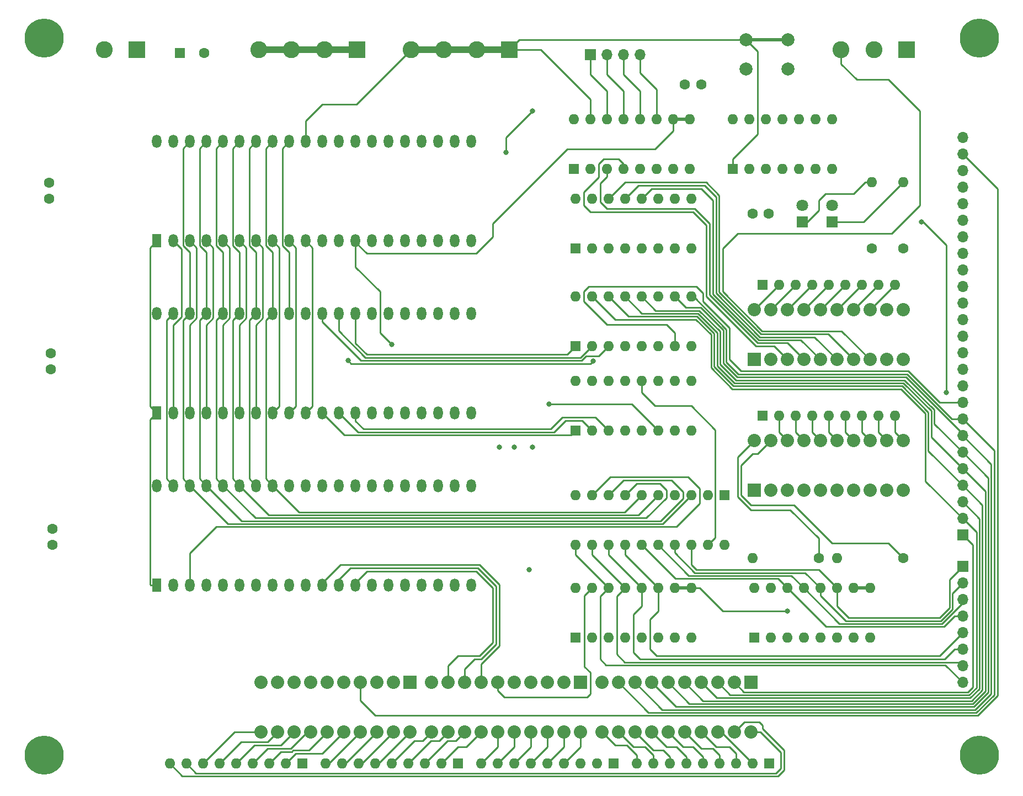
<source format=gbr>
%TF.GenerationSoftware,KiCad,Pcbnew,(5.1.9-0-10_14)*%
%TF.CreationDate,2021-06-20T20:55:53-04:00*%
%TF.ProjectId,control,636f6e74-726f-46c2-9e6b-696361645f70,rev?*%
%TF.SameCoordinates,Original*%
%TF.FileFunction,Copper,L1,Top*%
%TF.FilePolarity,Positive*%
%FSLAX46Y46*%
G04 Gerber Fmt 4.6, Leading zero omitted, Abs format (unit mm)*
G04 Created by KiCad (PCBNEW (5.1.9-0-10_14)) date 2021-06-20 20:55:53*
%MOMM*%
%LPD*%
G01*
G04 APERTURE LIST*
%TA.AperFunction,ComponentPad*%
%ADD10C,1.600000*%
%TD*%
%TA.AperFunction,ComponentPad*%
%ADD11C,2.600000*%
%TD*%
%TA.AperFunction,ComponentPad*%
%ADD12R,2.600000X2.600000*%
%TD*%
%TA.AperFunction,ComponentPad*%
%ADD13O,1.700000X1.700000*%
%TD*%
%TA.AperFunction,ComponentPad*%
%ADD14R,1.700000X1.700000*%
%TD*%
%TA.AperFunction,ComponentPad*%
%ADD15C,6.000000*%
%TD*%
%TA.AperFunction,ComponentPad*%
%ADD16C,0.800000*%
%TD*%
%TA.AperFunction,ComponentPad*%
%ADD17C,2.032000*%
%TD*%
%TA.AperFunction,ComponentPad*%
%ADD18R,2.032000X2.032000*%
%TD*%
%TA.AperFunction,ComponentPad*%
%ADD19R,1.600000X1.600000*%
%TD*%
%TA.AperFunction,ComponentPad*%
%ADD20O,1.600000X1.600000*%
%TD*%
%TA.AperFunction,ComponentPad*%
%ADD21C,2.000000*%
%TD*%
%TA.AperFunction,ComponentPad*%
%ADD22O,1.440000X2.000000*%
%TD*%
%TA.AperFunction,ComponentPad*%
%ADD23R,1.440000X2.000000*%
%TD*%
%TA.AperFunction,ComponentPad*%
%ADD24C,1.800000*%
%TD*%
%TA.AperFunction,ComponentPad*%
%ADD25R,1.800000X1.800000*%
%TD*%
%TA.AperFunction,ViaPad*%
%ADD26C,0.800000*%
%TD*%
%TA.AperFunction,Conductor*%
%ADD27C,0.250000*%
%TD*%
%TA.AperFunction,Conductor*%
%ADD28C,0.500000*%
%TD*%
%TA.AperFunction,Conductor*%
%ADD29C,1.000000*%
%TD*%
G04 APERTURE END LIST*
D10*
%TO.P,C6,2*%
%TO.N,GND*%
X123668400Y-42824600D03*
%TO.P,C6,1*%
%TO.N,VCC*%
X126168400Y-42824600D03*
%TD*%
%TO.P,C2,2*%
%TO.N,GND*%
X136542400Y-62636600D03*
%TO.P,C2,1*%
%TO.N,VCC*%
X134042400Y-62636600D03*
%TD*%
D11*
%TO.P,J5,3*%
%TO.N,SET_CLOCK_FREQ*%
X147664400Y-37490600D03*
%TO.P,J5,2*%
%TO.N,HALT*%
X152664400Y-37490600D03*
D12*
%TO.P,J5,1*%
%TO.N,CLOCK_IN*%
X157664400Y-37490600D03*
%TD*%
D13*
%TO.P,J3,25*%
%TO.N,JUMP*%
X166300400Y-50952600D03*
%TO.P,J3,24*%
%TO.N,RAM_WRITE*%
X166300400Y-53492600D03*
%TO.P,J3,23*%
%TO.N,TONE_OCTAVE_2*%
X166300400Y-56032600D03*
%TO.P,J3,22*%
%TO.N,TONE_OCTAVE_1*%
X166300400Y-58572600D03*
%TO.P,J3,21*%
%TO.N,ALU_S0*%
X166300400Y-61112600D03*
%TO.P,J3,20*%
%TO.N,ALU_S1*%
X166300400Y-63652600D03*
%TO.P,J3,19*%
%TO.N,ALU_S2*%
X166300400Y-66192600D03*
%TO.P,J3,18*%
%TO.N,ALU_S3*%
X166300400Y-68732600D03*
%TO.P,J3,17*%
%TO.N,ALU_MODE*%
X166300400Y-71272600D03*
%TO.P,J3,16*%
%TO.N,A_REGISTER_OUT*%
X166300400Y-73812600D03*
%TO.P,J3,15*%
%TO.N,SCRATCH_REGISTER_OUT*%
X166300400Y-76352600D03*
%TO.P,J3,14*%
%TO.N,RAM_OUT*%
X166300400Y-78892600D03*
%TO.P,J3,13*%
%TO.N,INSTRUCTION_REG_OUT*%
X166300400Y-81432600D03*
%TO.P,J3,12*%
%TO.N,PROGRAM_COUNTER_OUT*%
X166300400Y-83972600D03*
%TO.P,J3,11*%
%TO.N,ALU_OUT*%
X166300400Y-86512600D03*
%TO.P,J3,10*%
%TO.N,OUT_MUX_EN*%
X166300400Y-89052600D03*
%TO.P,J3,9*%
%TO.N,A_REGISTER_IN*%
X166300400Y-91592600D03*
%TO.P,J3,8*%
%TO.N,B_REGISTER_IN*%
X166300400Y-94132600D03*
%TO.P,J3,7*%
%TO.N,SCRATCH_REGISTER_IN*%
X166300400Y-96672600D03*
%TO.P,J3,6*%
%TO.N,MAR1_IN*%
X166300400Y-99212600D03*
%TO.P,J3,5*%
%TO.N,MAR2_IN*%
X166300400Y-101752600D03*
%TO.P,J3,4*%
%TO.N,RAM_IN*%
X166300400Y-104292600D03*
%TO.P,J3,3*%
%TO.N,OUTPUT_REGISTER_IN*%
X166300400Y-106832600D03*
%TO.P,J3,2*%
%TO.N,TONE_REGISTER_IN*%
X166300400Y-109372600D03*
D14*
%TO.P,J3,1*%
%TO.N,IN_MUX_EN*%
X166300400Y-111912600D03*
%TD*%
D15*
%TO.P,REF\u002A\u002A,1*%
%TO.N,N/C*%
X25330400Y-35712600D03*
D16*
X27580400Y-35712600D03*
X26921390Y-37303590D03*
X25330400Y-37962600D03*
X23739410Y-37303590D03*
X23080400Y-35712600D03*
X23739410Y-34121610D03*
X25330400Y-33462600D03*
X26921390Y-34121610D03*
%TD*%
%TO.P,REF\u002A\u002A,1*%
%TO.N,N/C*%
X26921390Y-144103610D03*
X25330400Y-143444600D03*
X23739410Y-144103610D03*
X23080400Y-145694600D03*
X23739410Y-147285590D03*
X25330400Y-147944600D03*
X26921390Y-147285590D03*
X27580400Y-145694600D03*
D15*
X25330400Y-145694600D03*
%TD*%
%TO.P,REF\u002A\u002A,1*%
%TO.N,N/C*%
X168840400Y-145694600D03*
D16*
X171090400Y-145694600D03*
X170431390Y-147285590D03*
X168840400Y-147944600D03*
X167249410Y-147285590D03*
X166590400Y-145694600D03*
X167249410Y-144103610D03*
X168840400Y-143444600D03*
X170431390Y-144103610D03*
%TD*%
%TO.P,REF\u002A\u002A,1*%
%TO.N,N/C*%
X170431390Y-34121610D03*
X168840400Y-33462600D03*
X167249410Y-34121610D03*
X166590400Y-35712600D03*
X167249410Y-37303590D03*
X168840400Y-37962600D03*
X170431390Y-37303590D03*
X171090400Y-35712600D03*
D15*
X168840400Y-35712600D03*
%TD*%
D17*
%TO.P,BAR4,20*%
%TO.N,Net-(BAR4-Pad20)*%
X134296400Y-77368600D03*
%TO.P,BAR4,19*%
%TO.N,Net-(BAR4-Pad19)*%
X136836400Y-77368600D03*
%TO.P,BAR4,18*%
%TO.N,Net-(BAR4-Pad18)*%
X139376400Y-77368600D03*
%TO.P,BAR4,17*%
%TO.N,Net-(BAR4-Pad17)*%
X141916400Y-77368600D03*
%TO.P,BAR4,9*%
%TO.N,JUMP*%
X154616400Y-84988600D03*
%TO.P,BAR4,10*%
%TO.N,Net-(BAR4-Pad10)*%
X157156400Y-84988600D03*
%TO.P,BAR4,11*%
%TO.N,Net-(BAR4-Pad11)*%
X157156400Y-77368600D03*
%TO.P,BAR4,12*%
%TO.N,Net-(BAR4-Pad12)*%
X154616400Y-77368600D03*
%TO.P,BAR4,8*%
%TO.N,SET_CLOCK_FREQ*%
X152076400Y-84988600D03*
%TO.P,BAR4,7*%
%TO.N,STEP1*%
X149536400Y-84988600D03*
%TO.P,BAR4,6*%
%TO.N,STEP2*%
X146996400Y-84988600D03*
%TO.P,BAR4,5*%
%TO.N,STEP3*%
X144456400Y-84988600D03*
%TO.P,BAR4,16*%
%TO.N,Net-(BAR4-Pad16)*%
X144456400Y-77368600D03*
%TO.P,BAR4,15*%
%TO.N,Net-(BAR4-Pad15)*%
X146996400Y-77368600D03*
%TO.P,BAR4,14*%
%TO.N,Net-(BAR4-Pad14)*%
X149536400Y-77368600D03*
%TO.P,BAR4,13*%
%TO.N,Net-(BAR4-Pad13)*%
X152076400Y-77368600D03*
%TO.P,BAR4,4*%
%TO.N,FLAG1*%
X141916400Y-84988600D03*
%TO.P,BAR4,3*%
%TO.N,FLAG2*%
X139376400Y-84988600D03*
%TO.P,BAR4,2*%
%TO.N,FLAG3*%
X136836400Y-84988600D03*
D18*
%TO.P,BAR4,1*%
%TO.N,FLAG4*%
X134296400Y-84988600D03*
%TD*%
D10*
%TO.P,C5,2*%
%TO.N,GND*%
X49958400Y-37998600D03*
D19*
%TO.P,C5,1*%
%TO.N,VCC*%
X46158400Y-37998600D03*
%TD*%
D20*
%TO.P,U8,16*%
%TO.N,VCC*%
X106864400Y-75336600D03*
%TO.P,U8,8*%
%TO.N,GND*%
X124644400Y-82956600D03*
%TO.P,U8,15*%
%TO.N,TONE_REGISTER_IN*%
X109404400Y-75336600D03*
%TO.P,U8,7*%
%TO.N,A_REGISTER_IN*%
X122104400Y-82956600D03*
%TO.P,U8,14*%
%TO.N,RAM_IN*%
X111944400Y-75336600D03*
%TO.P,U8,6*%
%TO.N,IN_MUX_EN*%
X119564400Y-82956600D03*
%TO.P,U8,13*%
%TO.N,MAR2_IN*%
X114484400Y-75336600D03*
%TO.P,U8,5*%
%TO.N,GND*%
X117024400Y-82956600D03*
%TO.P,U8,12*%
%TO.N,MAR1_IN*%
X117024400Y-75336600D03*
%TO.P,U8,4*%
%TO.N,GND*%
X114484400Y-82956600D03*
%TO.P,U8,11*%
%TO.N,OUTPUT_REGISTER_IN*%
X119564400Y-75336600D03*
%TO.P,U8,3*%
%TO.N,IN_MUX_02*%
X111944400Y-82956600D03*
%TO.P,U8,10*%
%TO.N,SCRATCH_REGISTER_IN*%
X122104400Y-75336600D03*
%TO.P,U8,2*%
%TO.N,IN_MUX_01*%
X109404400Y-82956600D03*
%TO.P,U8,9*%
%TO.N,B_REGISTER_IN*%
X124644400Y-75336600D03*
D19*
%TO.P,U8,1*%
%TO.N,IN_MUX_00*%
X106864400Y-82956600D03*
%TD*%
D20*
%TO.P,U7,14*%
%TO.N,VCC*%
X130994400Y-48158600D03*
%TO.P,U7,7*%
%TO.N,GND*%
X146234400Y-55778600D03*
%TO.P,U7,13*%
%TO.N,CLOCK_IN*%
X133534400Y-48158600D03*
%TO.P,U7,6*%
%TO.N,N/C*%
X143694400Y-55778600D03*
%TO.P,U7,12*%
%TO.N,CLOCK*%
X136074400Y-48158600D03*
%TO.P,U7,5*%
%TO.N,N/C*%
X141154400Y-55778600D03*
%TO.P,U7,11*%
X138614400Y-48158600D03*
%TO.P,U7,4*%
X138614400Y-55778600D03*
%TO.P,U7,10*%
X141154400Y-48158600D03*
%TO.P,U7,3*%
X136074400Y-55778600D03*
%TO.P,U7,9*%
X143694400Y-48158600D03*
%TO.P,U7,2*%
%TO.N,Net-(J4-Pad1)*%
X133534400Y-55778600D03*
%TO.P,U7,8*%
%TO.N,N/C*%
X146234400Y-48158600D03*
D19*
%TO.P,U7,1*%
%TO.N,MASTER_RESET*%
X130994400Y-55778600D03*
%TD*%
D20*
%TO.P,U6,16*%
%TO.N,VCC*%
X106864400Y-88290600D03*
%TO.P,U6,8*%
%TO.N,GND*%
X124644400Y-95910600D03*
%TO.P,U6,15*%
%TO.N,A_REGISTER_OUT*%
X109404400Y-88290600D03*
%TO.P,U6,7*%
%TO.N,Net-(U6-Pad7)*%
X122104400Y-95910600D03*
%TO.P,U6,14*%
%TO.N,SCRATCH_REGISTER_OUT*%
X111944400Y-88290600D03*
%TO.P,U6,6*%
%TO.N,OUT_MUX_EN*%
X119564400Y-95910600D03*
%TO.P,U6,13*%
%TO.N,RAM_OUT*%
X114484400Y-88290600D03*
%TO.P,U6,5*%
%TO.N,GND*%
X117024400Y-95910600D03*
%TO.P,U6,12*%
%TO.N,INSTRUCTION_REG_OUT*%
X117024400Y-88290600D03*
%TO.P,U6,4*%
%TO.N,GND*%
X114484400Y-95910600D03*
%TO.P,U6,11*%
%TO.N,PROGRAM_COUNTER_OUT*%
X119564400Y-88290600D03*
%TO.P,U6,3*%
%TO.N,OUT_MUX_02*%
X111944400Y-95910600D03*
%TO.P,U6,10*%
%TO.N,ALU_OUT*%
X122104400Y-88290600D03*
%TO.P,U6,2*%
%TO.N,OUT_MUX_01*%
X109404400Y-95910600D03*
%TO.P,U6,9*%
%TO.N,Net-(U6-Pad9)*%
X124644400Y-88290600D03*
D19*
%TO.P,U6,1*%
%TO.N,OUT_MUX_00*%
X106864400Y-95910600D03*
%TD*%
D20*
%TO.P,U5,16*%
%TO.N,VCC*%
X106864400Y-120040600D03*
%TO.P,U5,8*%
%TO.N,GND*%
X124644400Y-127660600D03*
%TO.P,U5,15*%
%TO.N,MASTER_RESET*%
X109404400Y-120040600D03*
%TO.P,U5,7*%
%TO.N,CLOCK*%
X122104400Y-127660600D03*
%TO.P,U5,14*%
%TO.N,BUS_00*%
X111944400Y-120040600D03*
%TO.P,U5,6*%
%TO.N,INST3*%
X119564400Y-127660600D03*
%TO.P,U5,13*%
%TO.N,BUS_01*%
X114484400Y-120040600D03*
%TO.P,U5,5*%
%TO.N,INST2*%
X117024400Y-127660600D03*
%TO.P,U5,12*%
%TO.N,BUS_02*%
X117024400Y-120040600D03*
%TO.P,U5,4*%
%TO.N,INST1*%
X114484400Y-127660600D03*
%TO.P,U5,11*%
%TO.N,BUS_03*%
X119564400Y-120040600D03*
%TO.P,U5,3*%
%TO.N,INST0*%
X111944400Y-127660600D03*
%TO.P,U5,10*%
%TO.N,INSTRUCTION_REG_IN*%
X122104400Y-120040600D03*
%TO.P,U5,2*%
%TO.N,GND*%
X109404400Y-127660600D03*
%TO.P,U5,9*%
%TO.N,INSTRUCTION_REG_IN*%
X124644400Y-120040600D03*
D19*
%TO.P,U5,1*%
%TO.N,GND*%
X106864400Y-127660600D03*
%TD*%
D20*
%TO.P,U4,16*%
%TO.N,VCC*%
X134296400Y-120040600D03*
%TO.P,U4,8*%
%TO.N,GND*%
X152076400Y-127660600D03*
%TO.P,U4,15*%
%TO.N,MASTER_RESET*%
X136836400Y-120040600D03*
%TO.P,U4,7*%
%TO.N,CLOCK*%
X149536400Y-127660600D03*
%TO.P,U4,14*%
%TO.N,BUS_04*%
X139376400Y-120040600D03*
%TO.P,U4,6*%
%TO.N,INST7*%
X146996400Y-127660600D03*
%TO.P,U4,13*%
%TO.N,BUS_05*%
X141916400Y-120040600D03*
%TO.P,U4,5*%
%TO.N,INST6*%
X144456400Y-127660600D03*
%TO.P,U4,12*%
%TO.N,BUS_06*%
X144456400Y-120040600D03*
%TO.P,U4,4*%
%TO.N,INST5*%
X141916400Y-127660600D03*
%TO.P,U4,11*%
%TO.N,BUS_07*%
X146996400Y-120040600D03*
%TO.P,U4,3*%
%TO.N,INST4*%
X139376400Y-127660600D03*
%TO.P,U4,10*%
%TO.N,INSTRUCTION_REG_IN*%
X149536400Y-120040600D03*
%TO.P,U4,2*%
%TO.N,GND*%
X136836400Y-127660600D03*
%TO.P,U4,9*%
%TO.N,INSTRUCTION_REG_IN*%
X152076400Y-120040600D03*
D19*
%TO.P,U4,1*%
%TO.N,GND*%
X134296400Y-127660600D03*
%TD*%
D20*
%TO.P,U3,20*%
%TO.N,VCC*%
X129724400Y-113436600D03*
%TO.P,U3,10*%
%TO.N,GND*%
X106864400Y-105816600D03*
%TO.P,U3,19*%
%TO.N,INSTRUCTION_REG_OUT*%
X127184400Y-113436600D03*
%TO.P,U3,9*%
%TO.N,INST0*%
X109404400Y-105816600D03*
%TO.P,U3,18*%
%TO.N,BUS_07*%
X124644400Y-113436600D03*
%TO.P,U3,8*%
%TO.N,INST1*%
X111944400Y-105816600D03*
%TO.P,U3,17*%
%TO.N,BUS_06*%
X122104400Y-113436600D03*
%TO.P,U3,7*%
%TO.N,INST2*%
X114484400Y-105816600D03*
%TO.P,U3,16*%
%TO.N,BUS_05*%
X119564400Y-113436600D03*
%TO.P,U3,6*%
%TO.N,INST3*%
X117024400Y-105816600D03*
%TO.P,U3,15*%
%TO.N,BUS_04*%
X117024400Y-113436600D03*
%TO.P,U3,5*%
%TO.N,INST4*%
X119564400Y-105816600D03*
%TO.P,U3,14*%
%TO.N,BUS_03*%
X114484400Y-113436600D03*
%TO.P,U3,4*%
%TO.N,INST5*%
X122104400Y-105816600D03*
%TO.P,U3,13*%
%TO.N,BUS_02*%
X111944400Y-113436600D03*
%TO.P,U3,3*%
%TO.N,INST6*%
X124644400Y-105816600D03*
%TO.P,U3,12*%
%TO.N,BUS_01*%
X109404400Y-113436600D03*
%TO.P,U3,2*%
%TO.N,INST7*%
X127184400Y-105816600D03*
%TO.P,U3,11*%
%TO.N,BUS_00*%
X106864400Y-113436600D03*
D19*
%TO.P,U3,1*%
%TO.N,VCC*%
X129724400Y-105816600D03*
%TD*%
D20*
%TO.P,U2,16*%
%TO.N,VCC*%
X106610400Y-48158600D03*
%TO.P,U2,8*%
%TO.N,GND*%
X124390400Y-55778600D03*
%TO.P,U2,15*%
%TO.N,MASTER_RESET*%
X109150400Y-48158600D03*
%TO.P,U2,7*%
%TO.N,CLOCK*%
X121850400Y-55778600D03*
%TO.P,U2,14*%
%TO.N,CF*%
X111690400Y-48158600D03*
%TO.P,U2,6*%
%TO.N,FLAG4*%
X119310400Y-55778600D03*
%TO.P,U2,13*%
%TO.N,GT*%
X114230400Y-48158600D03*
%TO.P,U2,5*%
%TO.N,FLAG3*%
X116770400Y-55778600D03*
%TO.P,U2,12*%
%TO.N,EQ*%
X116770400Y-48158600D03*
%TO.P,U2,4*%
%TO.N,FLAG2*%
X114230400Y-55778600D03*
%TO.P,U2,11*%
%TO.N,FLAG4*%
X119310400Y-48158600D03*
%TO.P,U2,3*%
%TO.N,FLAG1*%
X111690400Y-55778600D03*
%TO.P,U2,10*%
%TO.N,FLAG_IN*%
X121850400Y-48158600D03*
%TO.P,U2,2*%
%TO.N,GND*%
X109150400Y-55778600D03*
%TO.P,U2,9*%
%TO.N,FLAG_IN*%
X124390400Y-48158600D03*
D19*
%TO.P,U2,1*%
%TO.N,GND*%
X106610400Y-55778600D03*
%TD*%
D20*
%TO.P,U1,16*%
%TO.N,VCC*%
X106864400Y-60350600D03*
%TO.P,U1,8*%
%TO.N,GND*%
X124644400Y-67970600D03*
%TO.P,U1,15*%
%TO.N,Net-(U1-Pad15)*%
X109404400Y-60350600D03*
%TO.P,U1,7*%
%TO.N,GND*%
X122104400Y-67970600D03*
%TO.P,U1,14*%
%TO.N,STEP1*%
X111944400Y-60350600D03*
%TO.P,U1,6*%
%TO.N,Net-(U1-Pad6)*%
X119564400Y-67970600D03*
%TO.P,U1,13*%
%TO.N,STEP2*%
X114484400Y-60350600D03*
%TO.P,U1,5*%
%TO.N,Net-(U1-Pad5)*%
X117024400Y-67970600D03*
%TO.P,U1,12*%
%TO.N,STEP3*%
X117024400Y-60350600D03*
%TO.P,U1,4*%
%TO.N,Net-(U1-Pad4)*%
X114484400Y-67970600D03*
%TO.P,U1,11*%
%TO.N,Net-(U1-Pad11)*%
X119564400Y-60350600D03*
%TO.P,U1,3*%
%TO.N,Net-(U1-Pad3)*%
X111944400Y-67970600D03*
%TO.P,U1,10*%
%TO.N,GND*%
X122104400Y-60350600D03*
%TO.P,U1,2*%
%TO.N,CLOCK*%
X109404400Y-67970600D03*
%TO.P,U1,9*%
%TO.N,VCC*%
X124644400Y-60350600D03*
D19*
%TO.P,U1,1*%
%TO.N,STEP_RESET*%
X106864400Y-67970600D03*
%TD*%
D21*
%TO.P,SW6,1*%
%TO.N,MASTER_RESET*%
X139526400Y-35966600D03*
%TO.P,SW6,2*%
%TO.N,VCC*%
X139526400Y-40466600D03*
%TO.P,SW6,1*%
%TO.N,MASTER_RESET*%
X133026400Y-35966600D03*
%TO.P,SW6,2*%
%TO.N,VCC*%
X133026400Y-40466600D03*
%TD*%
D20*
%TO.P,RN17,9*%
%TO.N,Net-(BAR3-Pad15)*%
X92386400Y-146964600D03*
%TO.P,RN17,8*%
%TO.N,Net-(BAR3-Pad16)*%
X94926400Y-146964600D03*
%TO.P,RN17,7*%
%TO.N,Net-(BAR3-Pad17)*%
X97466400Y-146964600D03*
%TO.P,RN17,6*%
%TO.N,Net-(BAR3-Pad18)*%
X100006400Y-146964600D03*
%TO.P,RN17,5*%
%TO.N,Net-(BAR3-Pad19)*%
X102546400Y-146964600D03*
%TO.P,RN17,4*%
%TO.N,Net-(BAR3-Pad20)*%
X105086400Y-146964600D03*
%TO.P,RN17,3*%
%TO.N,Net-(BAR4-Pad11)*%
X107626400Y-146964600D03*
%TO.P,RN17,2*%
%TO.N,Net-(BAR4-Pad12)*%
X110166400Y-146964600D03*
D19*
%TO.P,RN17,1*%
%TO.N,GND*%
X112706400Y-146964600D03*
%TD*%
D20*
%TO.P,RN16,9*%
%TO.N,Net-(BAR2-Pad17)*%
X68510400Y-146964600D03*
%TO.P,RN16,8*%
%TO.N,Net-(BAR2-Pad18)*%
X71050400Y-146964600D03*
%TO.P,RN16,7*%
%TO.N,Net-(BAR2-Pad19)*%
X73590400Y-146964600D03*
%TO.P,RN16,6*%
%TO.N,Net-(BAR2-Pad20)*%
X76130400Y-146964600D03*
%TO.P,RN16,5*%
%TO.N,Net-(BAR3-Pad11)*%
X78670400Y-146964600D03*
%TO.P,RN16,4*%
%TO.N,Net-(BAR3-Pad12)*%
X81210400Y-146964600D03*
%TO.P,RN16,3*%
%TO.N,Net-(BAR3-Pad13)*%
X83750400Y-146964600D03*
%TO.P,RN16,2*%
%TO.N,Net-(BAR3-Pad14)*%
X86290400Y-146964600D03*
D19*
%TO.P,RN16,1*%
%TO.N,GND*%
X88830400Y-146964600D03*
%TD*%
D20*
%TO.P,RN15,9*%
%TO.N,Net-(BAR1-Pad19)*%
X44634400Y-146964600D03*
%TO.P,RN15,8*%
%TO.N,Net-(BAR1-Pad20)*%
X47174400Y-146964600D03*
%TO.P,RN15,7*%
%TO.N,Net-(BAR2-Pad11)*%
X49714400Y-146964600D03*
%TO.P,RN15,6*%
%TO.N,Net-(BAR2-Pad12)*%
X52254400Y-146964600D03*
%TO.P,RN15,5*%
%TO.N,Net-(BAR2-Pad13)*%
X54794400Y-146964600D03*
%TO.P,RN15,4*%
%TO.N,Net-(BAR2-Pad14)*%
X57334400Y-146964600D03*
%TO.P,RN15,3*%
%TO.N,Net-(BAR2-Pad15)*%
X59874400Y-146964600D03*
%TO.P,RN15,2*%
%TO.N,Net-(BAR2-Pad16)*%
X62414400Y-146964600D03*
D19*
%TO.P,RN15,1*%
%TO.N,GND*%
X64954400Y-146964600D03*
%TD*%
D20*
%TO.P,RN14,9*%
%TO.N,Net-(BAR1-Pad11)*%
X116262400Y-146964600D03*
%TO.P,RN14,8*%
%TO.N,Net-(BAR1-Pad12)*%
X118802400Y-146964600D03*
%TO.P,RN14,7*%
%TO.N,Net-(BAR1-Pad13)*%
X121342400Y-146964600D03*
%TO.P,RN14,6*%
%TO.N,Net-(BAR1-Pad14)*%
X123882400Y-146964600D03*
%TO.P,RN14,5*%
%TO.N,Net-(BAR1-Pad15)*%
X126422400Y-146964600D03*
%TO.P,RN14,4*%
%TO.N,Net-(BAR1-Pad16)*%
X128962400Y-146964600D03*
%TO.P,RN14,3*%
%TO.N,Net-(BAR1-Pad17)*%
X131502400Y-146964600D03*
%TO.P,RN14,2*%
%TO.N,Net-(BAR1-Pad18)*%
X134042400Y-146964600D03*
D19*
%TO.P,RN14,1*%
%TO.N,GND*%
X136582400Y-146964600D03*
%TD*%
D20*
%TO.P,RN2,9*%
%TO.N,Net-(BAR5-Pad11)*%
X155886400Y-93624600D03*
%TO.P,RN2,8*%
%TO.N,Net-(BAR5-Pad12)*%
X153346400Y-93624600D03*
%TO.P,RN2,7*%
%TO.N,Net-(BAR5-Pad13)*%
X150806400Y-93624600D03*
%TO.P,RN2,6*%
%TO.N,Net-(BAR5-Pad14)*%
X148266400Y-93624600D03*
%TO.P,RN2,5*%
%TO.N,Net-(BAR5-Pad15)*%
X145726400Y-93624600D03*
%TO.P,RN2,4*%
%TO.N,Net-(BAR5-Pad16)*%
X143186400Y-93624600D03*
%TO.P,RN2,3*%
%TO.N,Net-(BAR5-Pad17)*%
X140646400Y-93624600D03*
%TO.P,RN2,2*%
%TO.N,Net-(BAR5-Pad18)*%
X138106400Y-93624600D03*
D19*
%TO.P,RN2,1*%
%TO.N,GND*%
X135566400Y-93624600D03*
%TD*%
D20*
%TO.P,RN1,9*%
%TO.N,Net-(BAR4-Pad13)*%
X155886400Y-73558600D03*
%TO.P,RN1,8*%
%TO.N,Net-(BAR4-Pad14)*%
X153346400Y-73558600D03*
%TO.P,RN1,7*%
%TO.N,Net-(BAR4-Pad15)*%
X150806400Y-73558600D03*
%TO.P,RN1,6*%
%TO.N,Net-(BAR4-Pad16)*%
X148266400Y-73558600D03*
%TO.P,RN1,5*%
%TO.N,Net-(BAR4-Pad17)*%
X145726400Y-73558600D03*
%TO.P,RN1,4*%
%TO.N,Net-(BAR4-Pad18)*%
X143186400Y-73558600D03*
%TO.P,RN1,3*%
%TO.N,Net-(BAR4-Pad19)*%
X140646400Y-73558600D03*
%TO.P,RN1,2*%
%TO.N,Net-(BAR4-Pad20)*%
X138106400Y-73558600D03*
D19*
%TO.P,RN1,1*%
%TO.N,GND*%
X135566400Y-73558600D03*
%TD*%
D20*
%TO.P,R4,2*%
%TO.N,Net-(D2-Pad1)*%
X157205400Y-57810600D03*
D10*
%TO.P,R4,1*%
%TO.N,GND*%
X157205400Y-67970600D03*
%TD*%
D20*
%TO.P,R3,2*%
%TO.N,Net-(D1-Pad1)*%
X152330400Y-57810600D03*
D10*
%TO.P,R3,1*%
%TO.N,GND*%
X152330400Y-67970600D03*
%TD*%
D20*
%TO.P,R2,2*%
%TO.N,GND*%
X134042400Y-115468600D03*
D10*
%TO.P,R2,1*%
%TO.N,Net-(BAR5-Pad20)*%
X144202400Y-115468600D03*
%TD*%
D20*
%TO.P,R1,2*%
%TO.N,GND*%
X146996400Y-115468600D03*
D10*
%TO.P,R1,1*%
%TO.N,Net-(BAR5-Pad19)*%
X157156400Y-115468600D03*
%TD*%
D11*
%TO.P,J50,2*%
%TO.N,VCC*%
X34554400Y-37490600D03*
D12*
%TO.P,J50,1*%
%TO.N,GND*%
X39554400Y-37490600D03*
%TD*%
D13*
%TO.P,J12,4*%
%TO.N,FLAG4*%
X116770400Y-38252600D03*
%TO.P,J12,3*%
%TO.N,EQ*%
X114230400Y-38252600D03*
%TO.P,J12,2*%
%TO.N,GT*%
X111690400Y-38252600D03*
D14*
%TO.P,J12,1*%
%TO.N,CF*%
X109150400Y-38252600D03*
%TD*%
D13*
%TO.P,J8,8*%
%TO.N,BUS_00*%
X166300400Y-134518600D03*
%TO.P,J8,7*%
%TO.N,BUS_01*%
X166300400Y-131978600D03*
%TO.P,J8,6*%
%TO.N,BUS_02*%
X166300400Y-129438600D03*
%TO.P,J8,5*%
%TO.N,BUS_03*%
X166300400Y-126898600D03*
%TO.P,J8,4*%
%TO.N,BUS_04*%
X166300400Y-124358600D03*
%TO.P,J8,3*%
%TO.N,BUS_05*%
X166300400Y-121818600D03*
%TO.P,J8,2*%
%TO.N,BUS_06*%
X166300400Y-119278600D03*
D14*
%TO.P,J8,1*%
%TO.N,BUS_07*%
X166300400Y-116738600D03*
%TD*%
D11*
%TO.P,J4,4*%
%TO.N,Net-(J4-Pad1)*%
X58336400Y-37490600D03*
%TO.P,J4,3*%
X63336400Y-37490600D03*
%TO.P,J4,2*%
X68336400Y-37490600D03*
D12*
%TO.P,J4,1*%
X73336400Y-37490600D03*
%TD*%
D11*
%TO.P,J2,4*%
%TO.N,MASTER_RESET*%
X81704400Y-37490600D03*
%TO.P,J2,3*%
X86704400Y-37490600D03*
%TO.P,J2,2*%
X91704400Y-37490600D03*
D12*
%TO.P,J2,1*%
X96704400Y-37490600D03*
%TD*%
D22*
%TO.P,EEPROM4,*%
%TO.N,*%
X90897400Y-51536600D03*
X90897400Y-66776600D03*
X88357400Y-51536600D03*
X88357400Y-66776600D03*
X85817400Y-51536600D03*
X85817400Y-66776600D03*
X83277400Y-51536600D03*
X83277400Y-66776600D03*
X80737400Y-51536600D03*
X80737400Y-66776600D03*
X78197400Y-51536600D03*
X78197400Y-66776600D03*
%TO.P,EEPROM4,15*%
%TO.N,STEP_RESET*%
X75657400Y-51536600D03*
%TO.P,EEPROM4,14*%
%TO.N,GND*%
X75657400Y-66776600D03*
%TO.P,EEPROM4,16*%
%TO.N,PROGRAM_COUNTER_ENABLE*%
X73117400Y-51536600D03*
%TO.P,EEPROM4,13*%
%TO.N,FLAG_IN*%
X73117400Y-66776600D03*
%TO.P,EEPROM4,17*%
%TO.N,INSTRUCTION_REG_IN*%
X70577400Y-51536600D03*
%TO.P,EEPROM4,12*%
%TO.N,SET_CLOCK_FREQ*%
X70577400Y-66776600D03*
%TO.P,EEPROM4,18*%
%TO.N,HALT*%
X68037400Y-51536600D03*
%TO.P,EEPROM4,11*%
%TO.N,JUMP*%
X68037400Y-66776600D03*
%TO.P,EEPROM4,19*%
%TO.N,MASTER_RESET*%
X65497400Y-51536600D03*
%TO.P,EEPROM4,10*%
%TO.N,STEP1*%
X65497400Y-66776600D03*
%TO.P,EEPROM4,20*%
%TO.N,GND*%
X62957400Y-51536600D03*
%TO.P,EEPROM4,9*%
%TO.N,STEP2*%
X62957400Y-66776600D03*
%TO.P,EEPROM4,21*%
%TO.N,INST3*%
X60417400Y-51536600D03*
%TO.P,EEPROM4,8*%
%TO.N,STEP3*%
X60417400Y-66776600D03*
%TO.P,EEPROM4,22*%
%TO.N,GND*%
X57877400Y-51536600D03*
%TO.P,EEPROM4,7*%
%TO.N,FLAG1*%
X57877400Y-66776600D03*
%TO.P,EEPROM4,23*%
%TO.N,INST4*%
X55337400Y-51536600D03*
%TO.P,EEPROM4,6*%
%TO.N,FLAG2*%
X55337400Y-66776600D03*
%TO.P,EEPROM4,24*%
%TO.N,INST2*%
X52797400Y-51536600D03*
%TO.P,EEPROM4,5*%
%TO.N,FLAG3*%
X52797400Y-66776600D03*
%TO.P,EEPROM4,25*%
%TO.N,INST1*%
X50257400Y-51536600D03*
%TO.P,EEPROM4,4*%
%TO.N,FLAG4*%
X50257400Y-66776600D03*
%TO.P,EEPROM4,26*%
%TO.N,INST6*%
X47717400Y-51536600D03*
%TO.P,EEPROM4,3*%
%TO.N,INST0*%
X47717400Y-66776600D03*
%TO.P,EEPROM4,27*%
%TO.N,VCC*%
X45177400Y-51536600D03*
%TO.P,EEPROM4,2*%
%TO.N,INST5*%
X45177400Y-66776600D03*
%TO.P,EEPROM4,28*%
%TO.N,VCC*%
X42637400Y-51536600D03*
D23*
%TO.P,EEPROM4,1*%
%TO.N,INST7*%
X42637400Y-66776600D03*
%TD*%
D22*
%TO.P,EEPROM2,*%
%TO.N,*%
X90897400Y-77936600D03*
X90897400Y-93176600D03*
X88357400Y-77936600D03*
X88357400Y-93176600D03*
X85817400Y-77936600D03*
X85817400Y-93176600D03*
X83277400Y-77936600D03*
X83277400Y-93176600D03*
X80737400Y-77936600D03*
X80737400Y-93176600D03*
X78197400Y-77936600D03*
X78197400Y-93176600D03*
%TO.P,EEPROM2,15*%
%TO.N,OUT_MUX_EN*%
X75657400Y-77936600D03*
%TO.P,EEPROM2,14*%
%TO.N,GND*%
X75657400Y-93176600D03*
%TO.P,EEPROM2,16*%
%TO.N,IN_MUX_00*%
X73117400Y-77936600D03*
%TO.P,EEPROM2,13*%
%TO.N,OUT_MUX_02*%
X73117400Y-93176600D03*
%TO.P,EEPROM2,17*%
%TO.N,IN_MUX_01*%
X70577400Y-77936600D03*
%TO.P,EEPROM2,12*%
%TO.N,OUT_MUX_01*%
X70577400Y-93176600D03*
%TO.P,EEPROM2,18*%
%TO.N,IN_MUX_02*%
X68037400Y-77936600D03*
%TO.P,EEPROM2,11*%
%TO.N,OUT_MUX_00*%
X68037400Y-93176600D03*
%TO.P,EEPROM2,19*%
%TO.N,IN_MUX_EN*%
X65497400Y-77936600D03*
%TO.P,EEPROM2,10*%
%TO.N,STEP1*%
X65497400Y-93176600D03*
%TO.P,EEPROM2,20*%
%TO.N,GND*%
X62957400Y-77936600D03*
%TO.P,EEPROM2,9*%
%TO.N,STEP2*%
X62957400Y-93176600D03*
%TO.P,EEPROM2,21*%
%TO.N,INST3*%
X60417400Y-77936600D03*
%TO.P,EEPROM2,8*%
%TO.N,STEP3*%
X60417400Y-93176600D03*
%TO.P,EEPROM2,22*%
%TO.N,GND*%
X57877400Y-77936600D03*
%TO.P,EEPROM2,7*%
%TO.N,FLAG1*%
X57877400Y-93176600D03*
%TO.P,EEPROM2,23*%
%TO.N,INST4*%
X55337400Y-77936600D03*
%TO.P,EEPROM2,6*%
%TO.N,FLAG2*%
X55337400Y-93176600D03*
%TO.P,EEPROM2,24*%
%TO.N,INST2*%
X52797400Y-77936600D03*
%TO.P,EEPROM2,5*%
%TO.N,FLAG3*%
X52797400Y-93176600D03*
%TO.P,EEPROM2,25*%
%TO.N,INST1*%
X50257400Y-77936600D03*
%TO.P,EEPROM2,4*%
%TO.N,FLAG4*%
X50257400Y-93176600D03*
%TO.P,EEPROM2,26*%
%TO.N,INST6*%
X47717400Y-77936600D03*
%TO.P,EEPROM2,3*%
%TO.N,INST0*%
X47717400Y-93176600D03*
%TO.P,EEPROM2,27*%
%TO.N,VCC*%
X45177400Y-77936600D03*
%TO.P,EEPROM2,2*%
%TO.N,INST5*%
X45177400Y-93176600D03*
%TO.P,EEPROM2,28*%
%TO.N,VCC*%
X42637400Y-77936600D03*
D23*
%TO.P,EEPROM2,1*%
%TO.N,INST7*%
X42637400Y-93176600D03*
%TD*%
D22*
%TO.P,EEPROM1,*%
%TO.N,*%
X90897400Y-104336600D03*
X90897400Y-119576600D03*
X88357400Y-104336600D03*
X88357400Y-119576600D03*
X85817400Y-104336600D03*
X85817400Y-119576600D03*
X83277400Y-104336600D03*
X83277400Y-119576600D03*
X80737400Y-104336600D03*
X80737400Y-119576600D03*
X78197400Y-104336600D03*
X78197400Y-119576600D03*
%TO.P,EEPROM1,15*%
%TO.N,ALU_S1*%
X75657400Y-104336600D03*
%TO.P,EEPROM1,14*%
%TO.N,GND*%
X75657400Y-119576600D03*
%TO.P,EEPROM1,16*%
%TO.N,ALU_S0*%
X73117400Y-104336600D03*
%TO.P,EEPROM1,13*%
%TO.N,ALU_S2*%
X73117400Y-119576600D03*
%TO.P,EEPROM1,17*%
%TO.N,TONE_OCTAVE_1*%
X70577400Y-104336600D03*
%TO.P,EEPROM1,12*%
%TO.N,ALU_S3*%
X70577400Y-119576600D03*
%TO.P,EEPROM1,18*%
%TO.N,TONE_OCTAVE_2*%
X68037400Y-104336600D03*
%TO.P,EEPROM1,11*%
%TO.N,ALU_MODE*%
X68037400Y-119576600D03*
%TO.P,EEPROM1,19*%
%TO.N,RAM_WRITE*%
X65497400Y-104336600D03*
%TO.P,EEPROM1,10*%
%TO.N,STEP1*%
X65497400Y-119576600D03*
%TO.P,EEPROM1,20*%
%TO.N,GND*%
X62957400Y-104336600D03*
%TO.P,EEPROM1,9*%
%TO.N,STEP2*%
X62957400Y-119576600D03*
%TO.P,EEPROM1,21*%
%TO.N,INST3*%
X60417400Y-104336600D03*
%TO.P,EEPROM1,8*%
%TO.N,STEP3*%
X60417400Y-119576600D03*
%TO.P,EEPROM1,22*%
%TO.N,GND*%
X57877400Y-104336600D03*
%TO.P,EEPROM1,7*%
%TO.N,FLAG1*%
X57877400Y-119576600D03*
%TO.P,EEPROM1,23*%
%TO.N,INST4*%
X55337400Y-104336600D03*
%TO.P,EEPROM1,6*%
%TO.N,FLAG2*%
X55337400Y-119576600D03*
%TO.P,EEPROM1,24*%
%TO.N,INST2*%
X52797400Y-104336600D03*
%TO.P,EEPROM1,5*%
%TO.N,FLAG3*%
X52797400Y-119576600D03*
%TO.P,EEPROM1,25*%
%TO.N,INST1*%
X50257400Y-104336600D03*
%TO.P,EEPROM1,4*%
%TO.N,FLAG4*%
X50257400Y-119576600D03*
%TO.P,EEPROM1,26*%
%TO.N,INST6*%
X47717400Y-104336600D03*
%TO.P,EEPROM1,3*%
%TO.N,INST0*%
X47717400Y-119576600D03*
%TO.P,EEPROM1,27*%
%TO.N,VCC*%
X45177400Y-104336600D03*
%TO.P,EEPROM1,2*%
%TO.N,INST5*%
X45177400Y-119576600D03*
%TO.P,EEPROM1,28*%
%TO.N,VCC*%
X42637400Y-104336600D03*
D23*
%TO.P,EEPROM1,1*%
%TO.N,INST7*%
X42637400Y-119576600D03*
%TD*%
D24*
%TO.P,D2,2*%
%TO.N,CLOCK*%
X146234400Y-61366600D03*
D25*
%TO.P,D2,1*%
%TO.N,Net-(D2-Pad1)*%
X146234400Y-63906600D03*
%TD*%
D24*
%TO.P,D1,2*%
%TO.N,CLOCK_IN*%
X141662400Y-61366600D03*
D25*
%TO.P,D1,1*%
%TO.N,Net-(D1-Pad1)*%
X141662400Y-63906600D03*
%TD*%
D10*
%TO.P,C4,2*%
%TO.N,GND*%
X26600400Y-110936600D03*
%TO.P,C4,1*%
%TO.N,VCC*%
X26600400Y-113436600D03*
%TD*%
%TO.P,C3,2*%
%TO.N,GND*%
X26346400Y-84012600D03*
%TO.P,C3,1*%
%TO.N,VCC*%
X26346400Y-86512600D03*
%TD*%
%TO.P,C1,2*%
%TO.N,GND*%
X26092400Y-57850600D03*
%TO.P,C1,1*%
%TO.N,VCC*%
X26092400Y-60350600D03*
%TD*%
D17*
%TO.P,BAR5,20*%
%TO.N,Net-(BAR5-Pad20)*%
X134296400Y-97434600D03*
%TO.P,BAR5,19*%
%TO.N,Net-(BAR5-Pad19)*%
X136836400Y-97434600D03*
%TO.P,BAR5,18*%
%TO.N,Net-(BAR5-Pad18)*%
X139376400Y-97434600D03*
%TO.P,BAR5,17*%
%TO.N,Net-(BAR5-Pad17)*%
X141916400Y-97434600D03*
%TO.P,BAR5,9*%
%TO.N,Net-(BAR5-Pad9)*%
X154616400Y-105054600D03*
%TO.P,BAR5,10*%
%TO.N,Net-(BAR5-Pad10)*%
X157156400Y-105054600D03*
%TO.P,BAR5,11*%
%TO.N,Net-(BAR5-Pad11)*%
X157156400Y-97434600D03*
%TO.P,BAR5,12*%
%TO.N,Net-(BAR5-Pad12)*%
X154616400Y-97434600D03*
%TO.P,BAR5,8*%
%TO.N,INST0*%
X152076400Y-105054600D03*
%TO.P,BAR5,7*%
%TO.N,INST1*%
X149536400Y-105054600D03*
%TO.P,BAR5,6*%
%TO.N,INST2*%
X146996400Y-105054600D03*
%TO.P,BAR5,5*%
%TO.N,INST3*%
X144456400Y-105054600D03*
%TO.P,BAR5,16*%
%TO.N,Net-(BAR5-Pad16)*%
X144456400Y-97434600D03*
%TO.P,BAR5,15*%
%TO.N,Net-(BAR5-Pad15)*%
X146996400Y-97434600D03*
%TO.P,BAR5,14*%
%TO.N,Net-(BAR5-Pad14)*%
X149536400Y-97434600D03*
%TO.P,BAR5,13*%
%TO.N,Net-(BAR5-Pad13)*%
X152076400Y-97434600D03*
%TO.P,BAR5,4*%
%TO.N,INST4*%
X141916400Y-105054600D03*
%TO.P,BAR5,3*%
%TO.N,INST5*%
X139376400Y-105054600D03*
%TO.P,BAR5,2*%
%TO.N,INST6*%
X136836400Y-105054600D03*
D18*
%TO.P,BAR5,1*%
%TO.N,INST7*%
X134296400Y-105054600D03*
%TD*%
D17*
%TO.P,BAR3,20*%
%TO.N,Net-(BAR3-Pad20)*%
X107626400Y-142138600D03*
%TO.P,BAR3,19*%
%TO.N,Net-(BAR3-Pad19)*%
X105086400Y-142138600D03*
%TO.P,BAR3,18*%
%TO.N,Net-(BAR3-Pad18)*%
X102546400Y-142138600D03*
%TO.P,BAR3,17*%
%TO.N,Net-(BAR3-Pad17)*%
X100006400Y-142138600D03*
%TO.P,BAR3,9*%
%TO.N,ALU_S2*%
X87306400Y-134518600D03*
%TO.P,BAR3,10*%
%TO.N,ALU_S1*%
X84766400Y-134518600D03*
%TO.P,BAR3,11*%
%TO.N,Net-(BAR3-Pad11)*%
X84766400Y-142138600D03*
%TO.P,BAR3,12*%
%TO.N,Net-(BAR3-Pad12)*%
X87306400Y-142138600D03*
%TO.P,BAR3,8*%
%TO.N,ALU_S3*%
X89846400Y-134518600D03*
%TO.P,BAR3,7*%
%TO.N,ALU_MODE*%
X92386400Y-134518600D03*
%TO.P,BAR3,6*%
%TO.N,MASTER_RESET*%
X94926400Y-134518600D03*
%TO.P,BAR3,5*%
%TO.N,HALT*%
X97466400Y-134518600D03*
%TO.P,BAR3,16*%
%TO.N,Net-(BAR3-Pad16)*%
X97466400Y-142138600D03*
%TO.P,BAR3,15*%
%TO.N,Net-(BAR3-Pad15)*%
X94926400Y-142138600D03*
%TO.P,BAR3,14*%
%TO.N,Net-(BAR3-Pad14)*%
X92386400Y-142138600D03*
%TO.P,BAR3,13*%
%TO.N,Net-(BAR3-Pad13)*%
X89846400Y-142138600D03*
%TO.P,BAR3,4*%
%TO.N,INSTRUCTION_REG_IN*%
X100006400Y-134518600D03*
%TO.P,BAR3,3*%
%TO.N,PROGRAM_COUNTER_ENABLE*%
X102546400Y-134518600D03*
%TO.P,BAR3,2*%
%TO.N,STEP_RESET*%
X105086400Y-134518600D03*
D18*
%TO.P,BAR3,1*%
%TO.N,FLAG_IN*%
X107626400Y-134518600D03*
%TD*%
D17*
%TO.P,BAR2,20*%
%TO.N,Net-(BAR2-Pad20)*%
X81464400Y-142138600D03*
%TO.P,BAR2,19*%
%TO.N,Net-(BAR2-Pad19)*%
X78924400Y-142138600D03*
%TO.P,BAR2,18*%
%TO.N,Net-(BAR2-Pad18)*%
X76384400Y-142138600D03*
%TO.P,BAR2,17*%
%TO.N,Net-(BAR2-Pad17)*%
X73844400Y-142138600D03*
%TO.P,BAR2,9*%
%TO.N,RAM_OUT*%
X61144400Y-134518600D03*
%TO.P,BAR2,10*%
%TO.N,SCRATCH_REGISTER_OUT*%
X58604400Y-134518600D03*
%TO.P,BAR2,11*%
%TO.N,Net-(BAR2-Pad11)*%
X58604400Y-142138600D03*
%TO.P,BAR2,12*%
%TO.N,Net-(BAR2-Pad12)*%
X61144400Y-142138600D03*
%TO.P,BAR2,8*%
%TO.N,INSTRUCTION_REG_OUT*%
X63684400Y-134518600D03*
%TO.P,BAR2,7*%
%TO.N,PROGRAM_COUNTER_OUT*%
X66224400Y-134518600D03*
%TO.P,BAR2,6*%
%TO.N,ALU_OUT*%
X68764400Y-134518600D03*
%TO.P,BAR2,5*%
%TO.N,OUT_MUX_EN*%
X71304400Y-134518600D03*
%TO.P,BAR2,16*%
%TO.N,Net-(BAR2-Pad16)*%
X71304400Y-142138600D03*
%TO.P,BAR2,15*%
%TO.N,Net-(BAR2-Pad15)*%
X68764400Y-142138600D03*
%TO.P,BAR2,14*%
%TO.N,Net-(BAR2-Pad14)*%
X66224400Y-142138600D03*
%TO.P,BAR2,13*%
%TO.N,Net-(BAR2-Pad13)*%
X63684400Y-142138600D03*
%TO.P,BAR2,4*%
%TO.N,RAM_WRITE*%
X73844400Y-134518600D03*
%TO.P,BAR2,3*%
%TO.N,TONE_OCTAVE_2*%
X76384400Y-134518600D03*
%TO.P,BAR2,2*%
%TO.N,TONE_OCTAVE_1*%
X78924400Y-134518600D03*
D18*
%TO.P,BAR2,1*%
%TO.N,ALU_S0*%
X81464400Y-134518600D03*
%TD*%
D17*
%TO.P,BAR1,20*%
%TO.N,Net-(BAR1-Pad20)*%
X133788400Y-142138600D03*
%TO.P,BAR1,19*%
%TO.N,Net-(BAR1-Pad19)*%
X131248400Y-142138600D03*
%TO.P,BAR1,18*%
%TO.N,Net-(BAR1-Pad18)*%
X128708400Y-142138600D03*
%TO.P,BAR1,17*%
%TO.N,Net-(BAR1-Pad17)*%
X126168400Y-142138600D03*
%TO.P,BAR1,9*%
%TO.N,B_REGISTER_IN*%
X113468400Y-134518600D03*
%TO.P,BAR1,10*%
%TO.N,A_REGISTER_IN*%
X110928400Y-134518600D03*
%TO.P,BAR1,11*%
%TO.N,Net-(BAR1-Pad11)*%
X110928400Y-142138600D03*
%TO.P,BAR1,12*%
%TO.N,Net-(BAR1-Pad12)*%
X113468400Y-142138600D03*
%TO.P,BAR1,8*%
%TO.N,SCRATCH_REGISTER_IN*%
X116008400Y-134518600D03*
%TO.P,BAR1,7*%
%TO.N,MAR1_IN*%
X118548400Y-134518600D03*
%TO.P,BAR1,6*%
%TO.N,MAR2_IN*%
X121088400Y-134518600D03*
%TO.P,BAR1,5*%
%TO.N,RAM_IN*%
X123628400Y-134518600D03*
%TO.P,BAR1,16*%
%TO.N,Net-(BAR1-Pad16)*%
X123628400Y-142138600D03*
%TO.P,BAR1,15*%
%TO.N,Net-(BAR1-Pad15)*%
X121088400Y-142138600D03*
%TO.P,BAR1,14*%
%TO.N,Net-(BAR1-Pad14)*%
X118548400Y-142138600D03*
%TO.P,BAR1,13*%
%TO.N,Net-(BAR1-Pad13)*%
X116008400Y-142138600D03*
%TO.P,BAR1,4*%
%TO.N,OUTPUT_REGISTER_IN*%
X126168400Y-134518600D03*
%TO.P,BAR1,3*%
%TO.N,TONE_REGISTER_IN*%
X128708400Y-134518600D03*
%TO.P,BAR1,2*%
%TO.N,IN_MUX_EN*%
X131248400Y-134518600D03*
D18*
%TO.P,BAR1,1*%
%TO.N,A_REGISTER_OUT*%
X133788400Y-134518600D03*
%TD*%
D26*
%TO.N,FLAG4*%
X100260400Y-46888600D03*
X96196400Y-53238600D03*
%TO.N,INSTRUCTION_REG_IN*%
X97466400Y-98450600D03*
X99752400Y-117246600D03*
X139376400Y-123596600D03*
%TO.N,FLAG_IN*%
X78670400Y-82702600D03*
%TO.N,PROGRAM_COUNTER_ENABLE*%
X100260400Y-98450600D03*
%TO.N,MASTER_RESET*%
X163760400Y-90068600D03*
X159950400Y-63906600D03*
%TO.N,HALT*%
X95180400Y-98450600D03*
%TO.N,IN_MUX_EN*%
X109585814Y-85205610D03*
X71993814Y-85127888D03*
%TO.N,OUT_MUX_EN*%
X102837390Y-91846600D03*
%TD*%
D27*
%TO.N,Net-(BAR1-Pad20)*%
X47174400Y-146964600D02*
X48660379Y-148450579D01*
X48660379Y-148450579D02*
X137636421Y-148450579D01*
X137636421Y-148450579D02*
X138360400Y-147726600D01*
X138360400Y-147726600D02*
X138360400Y-145273760D01*
X138360400Y-145273760D02*
X135225240Y-142138600D01*
X135225240Y-142138600D02*
X133788400Y-142138600D01*
%TO.N,Net-(BAR1-Pad19)*%
X135058400Y-140614600D02*
X132772400Y-140614600D01*
X135566400Y-141122600D02*
X135058400Y-140614600D01*
X135566400Y-141630600D02*
X135566400Y-141122600D01*
X132772400Y-140614600D02*
X131248400Y-142138600D01*
X138868400Y-147980600D02*
X138868400Y-144932600D01*
X46570390Y-148900590D02*
X137948410Y-148900590D01*
X138868400Y-144932600D02*
X135566400Y-141630600D01*
X137948410Y-148900590D02*
X138868400Y-147980600D01*
X44634400Y-146964600D02*
X46570390Y-148900590D01*
%TO.N,Net-(BAR1-Pad18)*%
X128708400Y-142138600D02*
X129216400Y-142138600D01*
X129216400Y-142138600D02*
X134042400Y-146964600D01*
%TO.N,Net-(BAR1-Pad17)*%
X126168400Y-142138600D02*
X128454400Y-144424600D01*
X128454400Y-144424600D02*
X130486400Y-144424600D01*
X131502400Y-145440600D02*
X131502400Y-146964600D01*
X130486400Y-144424600D02*
X131502400Y-145440600D01*
%TO.N,Net-(BAR1-Pad11)*%
X110928400Y-142138600D02*
X112960400Y-144170600D01*
X112960400Y-144170600D02*
X114738400Y-144170600D01*
X116262400Y-145694600D02*
X116262400Y-146964600D01*
X114738400Y-144170600D02*
X116262400Y-145694600D01*
%TO.N,Net-(BAR1-Pad12)*%
X113468400Y-142138600D02*
X115754400Y-144424600D01*
X115754400Y-144424600D02*
X117532400Y-144424600D01*
X118802400Y-145694600D02*
X118802400Y-146964600D01*
X117532400Y-144424600D02*
X118802400Y-145694600D01*
%TO.N,Net-(BAR1-Pad16)*%
X123628400Y-142138600D02*
X126168400Y-144678600D01*
X126168400Y-144678600D02*
X127946400Y-144678600D01*
X128962400Y-145694600D02*
X128962400Y-146964600D01*
X127946400Y-144678600D02*
X128962400Y-145694600D01*
%TO.N,Net-(BAR1-Pad15)*%
X121088400Y-142138600D02*
X123374400Y-144424600D01*
X123374400Y-144424600D02*
X124898400Y-144424600D01*
X126422400Y-145948600D02*
X126422400Y-146964600D01*
X124898400Y-144424600D02*
X126422400Y-145948600D01*
%TO.N,Net-(BAR1-Pad14)*%
X118548400Y-142138600D02*
X120834400Y-144424600D01*
X120834400Y-144424600D02*
X122358400Y-144424600D01*
X123882400Y-145948600D02*
X123882400Y-146964600D01*
X122358400Y-144424600D02*
X123882400Y-145948600D01*
%TO.N,Net-(BAR1-Pad13)*%
X116008400Y-142138600D02*
X118802400Y-144932600D01*
X118802400Y-144932600D02*
X120326400Y-144932600D01*
X121342400Y-145948600D02*
X121342400Y-146964600D01*
X120326400Y-144932600D02*
X121342400Y-145948600D01*
%TO.N,Net-(BAR2-Pad20)*%
X76638400Y-146964600D02*
X76130400Y-146964600D01*
X81464400Y-142138600D02*
X76638400Y-146964600D01*
%TO.N,Net-(BAR2-Pad19)*%
X74098400Y-146964600D02*
X73590400Y-146964600D01*
X78924400Y-142138600D02*
X74098400Y-146964600D01*
%TO.N,Net-(BAR2-Pad18)*%
X71558400Y-146964600D02*
X71050400Y-146964600D01*
X76384400Y-142138600D02*
X71558400Y-146964600D01*
%TO.N,Net-(BAR2-Pad17)*%
X69018400Y-146964600D02*
X68510400Y-146964600D01*
X73844400Y-142138600D02*
X69018400Y-146964600D01*
%TO.N,Net-(BAR2-Pad11)*%
X54540400Y-142138600D02*
X49714400Y-146964600D01*
X58604400Y-142138600D02*
X54540400Y-142138600D01*
%TO.N,Net-(BAR2-Pad12)*%
X55556400Y-143662600D02*
X52254400Y-146964600D01*
X59620400Y-143662600D02*
X55556400Y-143662600D01*
X61144400Y-142138600D02*
X59620400Y-143662600D01*
%TO.N,Net-(BAR2-Pad16)*%
X71304400Y-142138600D02*
X68002400Y-145440600D01*
X63938400Y-145440600D02*
X62414400Y-146964600D01*
X68002400Y-145440600D02*
X63938400Y-145440600D01*
%TO.N,Net-(BAR2-Pad15)*%
X68764400Y-142138600D02*
X65970400Y-144932600D01*
X65970400Y-144932600D02*
X63558810Y-144932600D01*
X63558810Y-144932600D02*
X63362801Y-145128609D01*
X63362801Y-145128609D02*
X61710391Y-145128609D01*
X61710391Y-145128609D02*
X59874400Y-146964600D01*
%TO.N,Net-(BAR2-Pad14)*%
X66224400Y-142138600D02*
X65716400Y-142138600D01*
X65716400Y-142138600D02*
X63176400Y-144678600D01*
X59620400Y-144678600D02*
X57334400Y-146964600D01*
X63176400Y-144678600D02*
X59620400Y-144678600D01*
%TO.N,Net-(BAR2-Pad13)*%
X63684400Y-142138600D02*
X61652400Y-144170600D01*
X57588400Y-144170600D02*
X54794400Y-146964600D01*
X61652400Y-144170600D02*
X57588400Y-144170600D01*
%TO.N,Net-(BAR3-Pad20)*%
X107626400Y-144424600D02*
X105086400Y-146964600D01*
X107626400Y-142138600D02*
X107626400Y-144424600D01*
%TO.N,Net-(BAR3-Pad19)*%
X105086400Y-144424600D02*
X102546400Y-146964600D01*
X105086400Y-142138600D02*
X105086400Y-144424600D01*
%TO.N,Net-(BAR3-Pad18)*%
X102546400Y-144424600D02*
X100006400Y-146964600D01*
X102546400Y-142138600D02*
X102546400Y-144424600D01*
%TO.N,Net-(BAR3-Pad17)*%
X100006400Y-144424600D02*
X97466400Y-146964600D01*
X100006400Y-142138600D02*
X100006400Y-144424600D01*
%TO.N,Net-(BAR3-Pad11)*%
X82155399Y-143479601D02*
X78670400Y-146964600D01*
X83425399Y-143479601D02*
X82155399Y-143479601D01*
X84766400Y-142138600D02*
X83425399Y-143479601D01*
%TO.N,Net-(BAR3-Pad12)*%
X84695399Y-143479601D02*
X81210400Y-146964600D01*
X85965399Y-143479601D02*
X84695399Y-143479601D01*
X87306400Y-142138600D02*
X85965399Y-143479601D01*
%TO.N,Net-(BAR3-Pad16)*%
X97466400Y-144424600D02*
X94926400Y-146964600D01*
X97466400Y-142138600D02*
X97466400Y-144424600D01*
%TO.N,Net-(BAR3-Pad15)*%
X94926400Y-144424600D02*
X92386400Y-146964600D01*
X94926400Y-142138600D02*
X94926400Y-144424600D01*
%TO.N,Net-(BAR3-Pad14)*%
X92386400Y-142138600D02*
X90100400Y-144424600D01*
X88830400Y-144424600D02*
X86290400Y-146964600D01*
X90100400Y-144424600D02*
X88830400Y-144424600D01*
%TO.N,Net-(BAR3-Pad13)*%
X88505399Y-143479601D02*
X87235399Y-143479601D01*
X87235399Y-143479601D02*
X83750400Y-146964600D01*
X89846400Y-142138600D02*
X88505399Y-143479601D01*
%TO.N,GND*%
X56832390Y-103291590D02*
X56832390Y-89566590D01*
X57877400Y-104336600D02*
X56832390Y-103291590D01*
X56832390Y-89566590D02*
X56826400Y-89560600D01*
X56826400Y-78987600D02*
X57877400Y-77936600D01*
X56826400Y-89560600D02*
X56826400Y-78987600D01*
X56832390Y-52581610D02*
X57877400Y-51536600D01*
X56832390Y-67489457D02*
X56832390Y-52581610D01*
X57877400Y-68534467D02*
X56832390Y-67489457D01*
X57877400Y-77936600D02*
X57877400Y-68534467D01*
X61912390Y-52581610D02*
X62957400Y-51536600D01*
X62957400Y-68534467D02*
X61912390Y-67489457D01*
X61912390Y-67489457D02*
X61912390Y-52581610D01*
X62957400Y-77936600D02*
X62957400Y-68534467D01*
%TO.N,VCC*%
X44132390Y-78981610D02*
X45177400Y-77936600D01*
X44132390Y-103291590D02*
X44132390Y-78981610D01*
X45177400Y-104336600D02*
X44132390Y-103291590D01*
%TO.N,FLAG4*%
X116770400Y-38252600D02*
X116770400Y-41046600D01*
X119310400Y-43586600D02*
X119310400Y-48158600D01*
X116770400Y-41046600D02*
X119310400Y-43586600D01*
X51302410Y-67821610D02*
X50257400Y-66776600D01*
X51302410Y-78649457D02*
X51302410Y-67821610D01*
X50257400Y-79694467D02*
X51302410Y-78649457D01*
X50257400Y-93176600D02*
X50257400Y-79694467D01*
X116770400Y-38252600D02*
X116770400Y-37490600D01*
X100260400Y-46888600D02*
X96196400Y-50952600D01*
X96196400Y-50952600D02*
X96196400Y-53238600D01*
%TO.N,CF*%
X109150400Y-38252600D02*
X109150400Y-41300600D01*
X111690400Y-43840600D02*
X111690400Y-48158600D01*
X109150400Y-41300600D02*
X111690400Y-43840600D01*
%TO.N,GT*%
X111690400Y-38252600D02*
X111690400Y-41300600D01*
X114230400Y-43840600D02*
X114230400Y-48158600D01*
X111690400Y-41300600D02*
X114230400Y-43840600D01*
%TO.N,EQ*%
X114230400Y-38252600D02*
X114230400Y-41300600D01*
X116770400Y-43840600D02*
X116770400Y-48158600D01*
X114230400Y-41300600D02*
X116770400Y-43840600D01*
%TO.N,INSTRUCTION_REG_OUT*%
X128309401Y-112311599D02*
X128309401Y-95765601D01*
X127184400Y-113436600D02*
X128309401Y-112311599D01*
X128309401Y-95765601D02*
X124644400Y-92100600D01*
X124644400Y-92100600D02*
X119056400Y-92100600D01*
X117024400Y-90068600D02*
X117024400Y-88290600D01*
X119056400Y-92100600D02*
X117024400Y-90068600D01*
D28*
%TO.N,INSTRUCTION_REG_IN*%
X122104400Y-120040600D02*
X124644400Y-120040600D01*
X149536400Y-120040600D02*
X152076400Y-120040600D01*
D27*
X124644400Y-120040600D02*
X125914400Y-120040600D01*
X125914400Y-120040600D02*
X129470400Y-123596600D01*
X129470400Y-123596600D02*
X139376400Y-123596600D01*
D28*
%TO.N,FLAG_IN*%
X124390400Y-48158600D02*
X121850400Y-48158600D01*
D27*
X74860400Y-68732600D02*
X73117400Y-66989600D01*
X91624400Y-68732600D02*
X74860400Y-68732600D01*
X94164400Y-66192600D02*
X91624400Y-68732600D01*
X121850400Y-49936600D02*
X119056400Y-52730600D01*
X94164400Y-64160600D02*
X94164400Y-66192600D01*
X73117400Y-66989600D02*
X73117400Y-66776600D01*
X105594400Y-52730600D02*
X94164400Y-64160600D01*
X119056400Y-52730600D02*
X105594400Y-52730600D01*
X121850400Y-48158600D02*
X121850400Y-49936600D01*
X73117400Y-66776600D02*
X73117400Y-70799600D01*
X73117400Y-70799600D02*
X76892400Y-74574600D01*
X76892400Y-74574600D02*
X76892400Y-79908600D01*
X76892400Y-79908600D02*
X76892400Y-80924600D01*
X76892400Y-80924600D02*
X78670400Y-82702600D01*
%TO.N,ALU_S3*%
X70577400Y-119576600D02*
X70577400Y-118735600D01*
X70577400Y-118735600D02*
X72320400Y-116992600D01*
X72320400Y-116992600D02*
X91878400Y-116992600D01*
X91878400Y-116992600D02*
X94672400Y-119786600D01*
X94672400Y-119786600D02*
X94672400Y-128676600D01*
X94672400Y-128676600D02*
X92386400Y-130962600D01*
X92386400Y-130962600D02*
X91370400Y-130962600D01*
X89846400Y-132486600D02*
X89846400Y-134518600D01*
X91370400Y-130962600D02*
X89846400Y-132486600D01*
%TO.N,ALU_S2*%
X73117400Y-119576600D02*
X73117400Y-119243600D01*
X73117400Y-119243600D02*
X74860400Y-117500600D01*
X74860400Y-117500600D02*
X91624400Y-117500600D01*
X91624400Y-117500600D02*
X94164400Y-120040600D01*
X94164400Y-120040600D02*
X94164400Y-128422600D01*
X94164400Y-128422600D02*
X92132400Y-130454600D01*
X92132400Y-130454600D02*
X88830400Y-130454600D01*
X87306400Y-131978600D02*
X87306400Y-134518600D01*
X88830400Y-130454600D02*
X87306400Y-131978600D01*
%TO.N,ALU_MODE*%
X92386400Y-131724600D02*
X92386400Y-134518600D01*
X95180400Y-128930600D02*
X92386400Y-131724600D01*
X95180400Y-119532600D02*
X95180400Y-128930600D01*
X92132400Y-116484600D02*
X95180400Y-119532600D01*
X70796400Y-116484600D02*
X92132400Y-116484600D01*
X68037400Y-119243600D02*
X70796400Y-116484600D01*
X68037400Y-119576600D02*
X68037400Y-119243600D01*
%TO.N,TONE_REGISTER_IN*%
X167281602Y-136448523D02*
X130638323Y-136448523D01*
X166300400Y-109372600D02*
X168426334Y-111498534D01*
X168426334Y-135303791D02*
X167281602Y-136448523D01*
X168426334Y-111498534D02*
X168426334Y-135303791D01*
X130638323Y-136448523D02*
X128708400Y-134518600D01*
X112960400Y-78892600D02*
X109404400Y-75336600D01*
X127692400Y-81187064D02*
X125397935Y-78892600D01*
X156835951Y-89502611D02*
X130936410Y-89502611D01*
X160571559Y-103643759D02*
X160571559Y-93238221D01*
X160571559Y-93238221D02*
X156835951Y-89502611D01*
X127692400Y-86258601D02*
X127692400Y-81187064D01*
X130936410Y-89502611D02*
X127692400Y-86258601D01*
X166300400Y-109372600D02*
X160571559Y-103643759D01*
X125397935Y-78892600D02*
X112960400Y-78892600D01*
%TO.N,RAM_WRITE*%
X171634400Y-136550600D02*
X168586400Y-139598600D01*
X73844400Y-137312600D02*
X73844400Y-134518600D01*
X76130400Y-139598600D02*
X73844400Y-137312600D01*
X168586400Y-139598600D02*
X76130400Y-139598600D01*
X171634400Y-58826600D02*
X171634400Y-136550600D01*
X166300400Y-53492600D02*
X171634400Y-58826600D01*
%TO.N,RAM_IN*%
X166300400Y-104292600D02*
X169326356Y-107318556D01*
X169326356Y-107318556D02*
X169326356Y-135676591D01*
X126458345Y-137348545D02*
X123628400Y-134518600D01*
X169326356Y-135676591D02*
X167654402Y-137348545D01*
X167654402Y-137348545D02*
X126458345Y-137348545D01*
X166300400Y-104292600D02*
X161021569Y-99013769D01*
X161021569Y-99013769D02*
X161021569Y-93051821D01*
X114992400Y-78384600D02*
X111944400Y-75336600D01*
X161021569Y-93051821D02*
X157022350Y-89052600D01*
X157022350Y-89052600D02*
X131122810Y-89052600D01*
X125526347Y-78384600D02*
X114992400Y-78384600D01*
X128142411Y-86072201D02*
X128142411Y-81000664D01*
X128142411Y-81000664D02*
X125526347Y-78384600D01*
X131122810Y-89052600D02*
X128142411Y-86072201D01*
%TO.N,MAR1_IN*%
X170226378Y-136049391D02*
X168027202Y-138248567D01*
X122278367Y-138248567D02*
X118548400Y-134518600D01*
X166300400Y-99212600D02*
X170226378Y-103138578D01*
X168027202Y-138248567D02*
X122278367Y-138248567D01*
X170226378Y-103138578D02*
X170226378Y-136049391D01*
X131495607Y-88152578D02*
X129100422Y-85757393D01*
X161921589Y-94833789D02*
X161921589Y-92679021D01*
X166300400Y-99212600D02*
X161921589Y-94833789D01*
X157395148Y-88152578D02*
X131495607Y-88152578D01*
X129100422Y-85757393D02*
X129100422Y-80685853D01*
X129100422Y-80685853D02*
X125899147Y-77484578D01*
X125899147Y-77484578D02*
X119172378Y-77484578D01*
X119172378Y-77484578D02*
X117024400Y-75336600D01*
X161921589Y-92679021D02*
X157395148Y-88152578D01*
%TO.N,MAR2_IN*%
X124368356Y-137798556D02*
X121088400Y-134518600D01*
X167840802Y-137798556D02*
X124368356Y-137798556D01*
X169776367Y-105228567D02*
X169776367Y-135862991D01*
X166300400Y-101752600D02*
X169776367Y-105228567D01*
X169776367Y-135862991D02*
X167840802Y-137798556D01*
X161471579Y-96923779D02*
X161471579Y-92865421D01*
X157208749Y-88602589D02*
X131309207Y-88602589D01*
X117082389Y-77934589D02*
X114484400Y-75336600D01*
X128650411Y-80872253D02*
X125712747Y-77934589D01*
X131309207Y-88602589D02*
X128650411Y-85943793D01*
X128650411Y-85943793D02*
X128650411Y-80872253D01*
X125712747Y-77934589D02*
X117082389Y-77934589D01*
X166300400Y-101752600D02*
X161471579Y-96923779D01*
X161471579Y-92865421D02*
X157208749Y-88602589D01*
%TO.N,OUTPUT_REGISTER_IN*%
X168876345Y-109408545D02*
X168876345Y-135490191D01*
X168876345Y-135490191D02*
X167468002Y-136898534D01*
X166300400Y-106832600D02*
X168876345Y-109408545D01*
X128548334Y-136898534D02*
X126168400Y-134518600D01*
X167468002Y-136898534D02*
X128548334Y-136898534D01*
%TO.N,SCRATCH_REGISTER_IN*%
X170676389Y-136235791D02*
X168213602Y-138698578D01*
X168213602Y-138698578D02*
X120188378Y-138698578D01*
X166300400Y-96672600D02*
X170676389Y-101048589D01*
X120188378Y-138698578D02*
X116008400Y-134518600D01*
X170676389Y-101048589D02*
X170676389Y-136235791D01*
X126085547Y-77034567D02*
X123802367Y-77034567D01*
X123802367Y-77034567D02*
X122104400Y-75336600D01*
X166300400Y-96421420D02*
X157581547Y-87702567D01*
X131682007Y-87702567D02*
X129550433Y-85570993D01*
X129550433Y-80499453D02*
X126085547Y-77034567D01*
X157581547Y-87702567D02*
X131682007Y-87702567D01*
X129550433Y-85570993D02*
X129550433Y-80499453D01*
X166300400Y-96672600D02*
X166300400Y-96421420D01*
%TO.N,B_REGISTER_IN*%
X171126400Y-98958600D02*
X171126400Y-136422190D01*
X118098389Y-139148589D02*
X113468400Y-134518600D01*
X166300400Y-94132600D02*
X171126400Y-98958600D01*
X171126400Y-136422190D02*
X168400001Y-139148589D01*
X168400001Y-139148589D02*
X118098389Y-139148589D01*
X131868407Y-87252556D02*
X130036389Y-85420538D01*
X157767946Y-87252556D02*
X131868407Y-87252556D01*
X125023990Y-75336600D02*
X124644400Y-75336600D01*
X166300400Y-94132600D02*
X164647990Y-94132600D01*
X164647990Y-94132600D02*
X157767946Y-87252556D01*
X130036389Y-85420538D02*
X130036389Y-80348999D01*
X130036389Y-80348999D02*
X125023990Y-75336600D01*
%TO.N,A_REGISTER_IN*%
X120834400Y-79654600D02*
X122104400Y-80924600D01*
X111690400Y-79654600D02*
X120834400Y-79654600D01*
X108134400Y-74574600D02*
X108134400Y-76098600D01*
X108896400Y-73812600D02*
X108134400Y-74574600D01*
X126422400Y-74828600D02*
X125406400Y-73812600D01*
X126422400Y-76098600D02*
X126422400Y-74828600D01*
X130486400Y-80162600D02*
X126422400Y-76098600D01*
X132264400Y-86766600D02*
X130486400Y-84988600D01*
X157918400Y-86766600D02*
X132264400Y-86766600D01*
X122104400Y-80924600D02*
X122104400Y-82956600D01*
X162744400Y-91592600D02*
X157918400Y-86766600D01*
X166300400Y-91592600D02*
X162744400Y-91592600D01*
X130486400Y-84988600D02*
X130486400Y-80162600D01*
X108134400Y-76098600D02*
X111690400Y-79654600D01*
X125406400Y-73812600D02*
X108896400Y-73812600D01*
%TO.N,INST0*%
X48762410Y-67821610D02*
X47717400Y-66776600D01*
X48762410Y-78649457D02*
X48762410Y-67821610D01*
X47717400Y-79694467D02*
X48762410Y-78649457D01*
X47717400Y-93176600D02*
X47717400Y-79694467D01*
X124136400Y-103022600D02*
X125914400Y-104800600D01*
X47717400Y-114671600D02*
X47717400Y-119576600D01*
X51746400Y-110642600D02*
X47717400Y-114671600D01*
X122358400Y-110642600D02*
X51746400Y-110642600D01*
X109404400Y-105816600D02*
X112198400Y-103022600D01*
X125914400Y-107086600D02*
X122358400Y-110642600D01*
X112198400Y-103022600D02*
X124136400Y-103022600D01*
X125914400Y-104800600D02*
X125914400Y-107086600D01*
%TO.N,Net-(D1-Pad1)*%
X145218400Y-59588600D02*
X149536400Y-59588600D01*
X144202400Y-62128600D02*
X144202400Y-60604600D01*
X151314400Y-57810600D02*
X152330400Y-57810600D01*
X149536400Y-59588600D02*
X151314400Y-57810600D01*
X144202400Y-60604600D02*
X145218400Y-59588600D01*
X142424400Y-63906600D02*
X144202400Y-62128600D01*
X141662400Y-63906600D02*
X142424400Y-63906600D01*
%TO.N,INST1*%
X49212390Y-78981610D02*
X50257400Y-77936600D01*
X49212390Y-103291590D02*
X49212390Y-78981610D01*
X50257400Y-104336600D02*
X49212390Y-103291590D01*
X50257400Y-68534467D02*
X49212390Y-67489457D01*
X49212390Y-52581610D02*
X50257400Y-51536600D01*
X49212390Y-67489457D02*
X49212390Y-52581610D01*
X50257400Y-77936600D02*
X50257400Y-68534467D01*
X55663378Y-109742578D02*
X50257400Y-104336600D01*
X119953600Y-109742578D02*
X55663378Y-109742578D01*
X114230400Y-103530600D02*
X121596400Y-103530600D01*
X123374400Y-106321778D02*
X119953600Y-109742578D01*
X111944400Y-105816600D02*
X114230400Y-103530600D01*
X123374400Y-105308600D02*
X123374400Y-106321778D01*
X121596400Y-103530600D02*
X123374400Y-105308600D01*
%TO.N,Net-(D2-Pad1)*%
X151109400Y-63906600D02*
X157205400Y-57810600D01*
X146234400Y-63906600D02*
X151109400Y-63906600D01*
%TO.N,INST2*%
X116262400Y-104038600D02*
X119818400Y-104038600D01*
X120834400Y-105054600D02*
X120834400Y-106196189D01*
X57753367Y-109292567D02*
X52797400Y-104336600D01*
X119818400Y-104038600D02*
X120834400Y-105054600D01*
X114484400Y-105816600D02*
X116262400Y-104038600D01*
X117738022Y-109292567D02*
X57753367Y-109292567D01*
X120834400Y-106196189D02*
X117738022Y-109292567D01*
X51752390Y-78981610D02*
X52797400Y-77936600D01*
X51752390Y-103291590D02*
X51752390Y-78981610D01*
X52797400Y-104336600D02*
X51752390Y-103291590D01*
X51752390Y-67489457D02*
X51752390Y-52581610D01*
X51752390Y-52581610D02*
X52797400Y-51536600D01*
X52797400Y-68534467D02*
X51752390Y-67489457D01*
X52797400Y-77936600D02*
X52797400Y-68534467D01*
%TO.N,INST3*%
X64473345Y-108392545D02*
X60417400Y-104336600D01*
X117024400Y-105816600D02*
X114448455Y-108392545D01*
X114448455Y-108392545D02*
X64473345Y-108392545D01*
X59372390Y-78981610D02*
X60417400Y-77936600D01*
X59372390Y-103291590D02*
X59372390Y-78981610D01*
X60417400Y-104336600D02*
X59372390Y-103291590D01*
X59372390Y-52581610D02*
X60417400Y-51536600D01*
X59372390Y-67489457D02*
X59372390Y-52581610D01*
X60417400Y-68534467D02*
X59372390Y-67489457D01*
X60417400Y-77936600D02*
X60417400Y-68534467D01*
%TO.N,INST4*%
X116538444Y-108842556D02*
X59843356Y-108842556D01*
X59843356Y-108842556D02*
X55337400Y-104336600D01*
X119564400Y-105816600D02*
X116538444Y-108842556D01*
X54292390Y-78981610D02*
X55337400Y-77936600D01*
X54292390Y-103291590D02*
X54292390Y-78981610D01*
X55337400Y-104336600D02*
X54292390Y-103291590D01*
X54292390Y-52581610D02*
X55337400Y-51536600D01*
X54292390Y-67489457D02*
X54292390Y-52581610D01*
X55337400Y-68534467D02*
X54292390Y-67489457D01*
X55337400Y-77936600D02*
X55337400Y-68534467D01*
%TO.N,INST5*%
X45177400Y-79694467D02*
X46412400Y-78459467D01*
X45177400Y-93176600D02*
X45177400Y-79694467D01*
X46412400Y-68011600D02*
X45177400Y-66776600D01*
X46412400Y-78459467D02*
X46412400Y-68011600D01*
%TO.N,INST6*%
X46672390Y-103291590D02*
X46672390Y-87788590D01*
X47717400Y-104336600D02*
X46672390Y-103291590D01*
X46672390Y-87788590D02*
X46666400Y-87782600D01*
X46666400Y-78987600D02*
X47717400Y-77936600D01*
X46666400Y-87782600D02*
X46666400Y-78987600D01*
X46672390Y-52581610D02*
X47717400Y-51536600D01*
X47717400Y-68534467D02*
X46672390Y-67489457D01*
X46672390Y-67489457D02*
X46672390Y-52581610D01*
X47717400Y-77936600D02*
X47717400Y-68534467D01*
X124644400Y-105816600D02*
X120268411Y-110192589D01*
X53573389Y-110192589D02*
X47717400Y-104336600D01*
X120268411Y-110192589D02*
X53573389Y-110192589D01*
%TO.N,INST7*%
X42637400Y-93176600D02*
X41586400Y-92125600D01*
X41586400Y-67827600D02*
X42637400Y-66776600D01*
X41586400Y-92125600D02*
X41586400Y-67827600D01*
X41592390Y-94221610D02*
X42637400Y-93176600D01*
X41592390Y-119501590D02*
X41592390Y-94221610D01*
X41667400Y-119576600D02*
X41592390Y-119501590D01*
X42637400Y-119576600D02*
X41667400Y-119576600D01*
%TO.N,MASTER_RESET*%
X133026400Y-35966600D02*
X134804400Y-37744600D01*
X134804400Y-37744600D02*
X134804400Y-50444600D01*
X130994400Y-54254600D02*
X130994400Y-55778600D01*
X134804400Y-50444600D02*
X130994400Y-54254600D01*
D28*
X133026400Y-35966600D02*
X139526400Y-35966600D01*
D27*
X94926400Y-135788600D02*
X94926400Y-134518600D01*
X95942400Y-136804600D02*
X94926400Y-135788600D01*
X108642400Y-136804600D02*
X95942400Y-136804600D01*
X108279399Y-132123599D02*
X109150400Y-132994600D01*
X109150400Y-136296600D02*
X108642400Y-136804600D01*
X109404400Y-120040600D02*
X108279399Y-121165601D01*
X109150400Y-132994600D02*
X109150400Y-136296600D01*
X108279399Y-121165601D02*
X108279399Y-132123599D01*
X98228400Y-35966600D02*
X96704400Y-37490600D01*
X133026400Y-35966600D02*
X98228400Y-35966600D01*
X96704400Y-37490600D02*
X101530400Y-37490600D01*
X109150400Y-45110600D02*
X109150400Y-48158600D01*
X101530400Y-37490600D02*
X109150400Y-45110600D01*
X81704400Y-37490600D02*
X73322400Y-45872600D01*
X73322400Y-45872600D02*
X68002400Y-45872600D01*
X65497400Y-48377600D02*
X65497400Y-51536600D01*
X68002400Y-45872600D02*
X65497400Y-48377600D01*
D29*
X96704400Y-37490600D02*
X81704400Y-37490600D01*
D27*
X163760400Y-90068600D02*
X163760400Y-67462600D01*
X160204400Y-63906600D02*
X159950400Y-63906600D01*
X163760400Y-67462600D02*
X160204400Y-63906600D01*
%TO.N,STEP1*%
X66542410Y-67821610D02*
X65497400Y-66776600D01*
X66542410Y-92131590D02*
X66542410Y-67821610D01*
X65497400Y-93176600D02*
X66542410Y-92131590D01*
X149536400Y-84988600D02*
X145646367Y-81098567D01*
X114484400Y-57810600D02*
X111944400Y-60350600D01*
X145646367Y-81098567D02*
X135363597Y-81098567D01*
X135363597Y-81098567D02*
X128904411Y-74639381D01*
X128904411Y-74639381D02*
X128904411Y-59784611D01*
X128904411Y-59784611D02*
X126930400Y-57810600D01*
X126930400Y-57810600D02*
X114484400Y-57810600D01*
%TO.N,STEP2*%
X64002410Y-67821610D02*
X62957400Y-66776600D01*
X64002410Y-92131590D02*
X64002410Y-67821610D01*
X62957400Y-93176600D02*
X64002410Y-92131590D01*
X126676400Y-58318600D02*
X116516400Y-58318600D01*
X128454400Y-60096600D02*
X126676400Y-58318600D01*
X143556378Y-81548578D02*
X135177198Y-81548578D01*
X116516400Y-58318600D02*
X114484400Y-60350600D01*
X135177198Y-81548578D02*
X128454400Y-74825780D01*
X128454400Y-74825780D02*
X128454400Y-60096600D01*
X146996400Y-84988600D02*
X143556378Y-81548578D01*
%TO.N,STEP3*%
X61462410Y-67821610D02*
X60417400Y-66776600D01*
X61462410Y-92131590D02*
X61462410Y-67821610D01*
X60417400Y-93176600D02*
X61462410Y-92131590D01*
X127946400Y-74954190D02*
X127946400Y-60604600D01*
X127946400Y-60604600D02*
X126168400Y-58826600D01*
X144456400Y-84988600D02*
X141466389Y-81998589D01*
X141466389Y-81998589D02*
X134990799Y-81998589D01*
X126168400Y-58826600D02*
X118548400Y-58826600D01*
X118548400Y-58826600D02*
X117024400Y-60350600D01*
X134990799Y-81998589D02*
X127946400Y-74954190D01*
%TO.N,FLAG1*%
X58922410Y-67821610D02*
X57877400Y-66776600D01*
X58922410Y-78649457D02*
X58922410Y-67821610D01*
X57877400Y-79694467D02*
X58922410Y-78649457D01*
X57877400Y-93176600D02*
X57877400Y-79694467D01*
X110674400Y-57925970D02*
X111690400Y-56909970D01*
X111690400Y-56909970D02*
X111690400Y-55778600D01*
X111690400Y-61874600D02*
X110674400Y-60858600D01*
X127438400Y-64160600D02*
X125152400Y-61874600D01*
X125152400Y-61874600D02*
X111690400Y-61874600D01*
X110674400Y-60858600D02*
X110674400Y-57925970D01*
X127438400Y-75088244D02*
X127438400Y-64160600D01*
X127438400Y-75088244D02*
X127444044Y-75088244D01*
X127444044Y-75088244D02*
X134804400Y-82448600D01*
X139376400Y-82448600D02*
X141916400Y-84988600D01*
X134804400Y-82448600D02*
X139376400Y-82448600D01*
%TO.N,FLAG2*%
X56382410Y-67821610D02*
X55337400Y-66776600D01*
X56382410Y-78649457D02*
X56382410Y-67821610D01*
X55337400Y-79694467D02*
X56382410Y-78649457D01*
X55337400Y-93176600D02*
X55337400Y-79694467D01*
X137344400Y-82956600D02*
X139376400Y-84988600D01*
X126930400Y-75336600D02*
X134550400Y-82956600D01*
X134550400Y-82956600D02*
X137344400Y-82956600D01*
X126930400Y-64414600D02*
X126930400Y-75336600D01*
X108134400Y-61366600D02*
X109150400Y-62382600D01*
X110420400Y-57048600D02*
X108134400Y-59334600D01*
X110420400Y-55016600D02*
X110420400Y-57048600D01*
X111182400Y-54254600D02*
X110420400Y-55016600D01*
X113468400Y-54254600D02*
X111182400Y-54254600D01*
X108134400Y-59334600D02*
X108134400Y-61366600D01*
X114230400Y-55016600D02*
X113468400Y-54254600D01*
X124898400Y-62382600D02*
X126930400Y-64414600D01*
X109150400Y-62382600D02*
X124898400Y-62382600D01*
X114230400Y-55778600D02*
X114230400Y-55016600D01*
%TO.N,FLAG3*%
X53842410Y-78649457D02*
X53842410Y-67821610D01*
X52797400Y-79694467D02*
X53842410Y-78649457D01*
X53842410Y-67821610D02*
X52797400Y-66776600D01*
X52797400Y-93176600D02*
X52797400Y-79694467D01*
%TO.N,BUS_00*%
X110674400Y-121310600D02*
X111944400Y-120040600D01*
X111574422Y-131862622D02*
X110674400Y-130962600D01*
X163644422Y-131862622D02*
X111574422Y-131862622D01*
X166300400Y-134518600D02*
X163644422Y-131862622D01*
X110674400Y-130962600D02*
X110674400Y-121310600D01*
X111944400Y-120040600D02*
X106864400Y-114960600D01*
X106864400Y-114960600D02*
X106864400Y-113436600D01*
%TO.N,BUS_01*%
X166300400Y-131978600D02*
X165734411Y-131412611D01*
X114426411Y-131412611D02*
X113214400Y-130200600D01*
X113214400Y-121310600D02*
X114484400Y-120040600D01*
X165734411Y-131412611D02*
X114426411Y-131412611D01*
X113214400Y-130200600D02*
X113214400Y-121310600D01*
X114484400Y-120040600D02*
X109404400Y-114960600D01*
X109404400Y-114960600D02*
X109404400Y-113436600D01*
%TO.N,BUS_02*%
X115754400Y-124104600D02*
X117024400Y-122834600D01*
X166300400Y-129438600D02*
X165030400Y-129438600D01*
X115754400Y-129946600D02*
X115754400Y-124104600D01*
X165030400Y-129438600D02*
X163506400Y-130962600D01*
X116770400Y-130962600D02*
X115754400Y-129946600D01*
X117024400Y-122834600D02*
X117024400Y-120040600D01*
X163506400Y-130962600D02*
X116770400Y-130962600D01*
X117024400Y-120040600D02*
X111944400Y-114960600D01*
X111944400Y-114960600D02*
X111944400Y-113436600D01*
%TO.N,BUS_03*%
X119564400Y-123596600D02*
X119564400Y-120040600D01*
X162744400Y-130454600D02*
X119310400Y-130454600D01*
X118294400Y-124866600D02*
X119564400Y-123596600D01*
X119310400Y-130454600D02*
X118294400Y-129438600D01*
X118294400Y-129438600D02*
X118294400Y-124866600D01*
X166300400Y-126898600D02*
X162744400Y-130454600D01*
X119564400Y-120040600D02*
X114484400Y-114960600D01*
X114484400Y-114960600D02*
X114484400Y-113436600D01*
%TO.N,BUS_04*%
X145298433Y-125962633D02*
X139376400Y-120040600D01*
X163426367Y-125962633D02*
X145298433Y-125962633D01*
X165030400Y-124358600D02*
X163426367Y-125962633D01*
X166300400Y-124358600D02*
X165030400Y-124358600D01*
X137932431Y-118596631D02*
X122184431Y-118596631D01*
X139376400Y-120040600D02*
X137932431Y-118596631D01*
X122184431Y-118596631D02*
X117024400Y-113436600D01*
%TO.N,BUS_05*%
X166300400Y-121818600D02*
X166300400Y-122329422D01*
X166300400Y-122329422D02*
X163117200Y-125512622D01*
X163117200Y-125512622D02*
X147388422Y-125512622D01*
X147388422Y-125512622D02*
X141916400Y-120040600D01*
X140022420Y-118146620D02*
X124274420Y-118146620D01*
X124274420Y-118146620D02*
X119564400Y-113436600D01*
X141916400Y-120040600D02*
X140022420Y-118146620D01*
%TO.N,BUS_06*%
X148347041Y-125062611D02*
X144456400Y-121171970D01*
X162930800Y-125062611D02*
X148347041Y-125062611D01*
X164718411Y-123275000D02*
X162930800Y-125062611D01*
X166300400Y-119278600D02*
X164718411Y-120860589D01*
X144456400Y-121171970D02*
X144456400Y-120040600D01*
X164718411Y-120860589D02*
X164718411Y-123275000D01*
X125219999Y-117696609D02*
X122104400Y-114581010D01*
X142112409Y-117696609D02*
X125219999Y-117696609D01*
X144456400Y-120040600D02*
X142112409Y-117696609D01*
X122104400Y-114581010D02*
X122104400Y-113436600D01*
%TO.N,BUS_07*%
X146996400Y-122834600D02*
X146996400Y-120040600D01*
X162744400Y-124612600D02*
X148774400Y-124612600D01*
X164268400Y-123088600D02*
X162744400Y-124612600D01*
X166300400Y-116738600D02*
X164268400Y-118770600D01*
X164268400Y-118770600D02*
X164268400Y-123088600D01*
X148774400Y-124612600D02*
X146996400Y-122834600D01*
X124644400Y-113436600D02*
X124644400Y-116484600D01*
X124644400Y-116484600D02*
X125406400Y-117246600D01*
X144202400Y-117246600D02*
X146996400Y-120040600D01*
X125406400Y-117246600D02*
X144202400Y-117246600D01*
%TO.N,IN_MUX_EN*%
X167824400Y-135269314D02*
X167095202Y-135998512D01*
X132728312Y-135998512D02*
X131248400Y-134518600D01*
X166300400Y-111912600D02*
X167824400Y-113436600D01*
X167824400Y-113436600D02*
X167824400Y-135269314D01*
X167095202Y-135998512D02*
X132728312Y-135998512D01*
X109185815Y-85605609D02*
X72471535Y-85605609D01*
X109585814Y-85205610D02*
X109185815Y-85605609D01*
X72471535Y-85605609D02*
X71993814Y-85127888D01*
%TO.N,OUT_MUX_EN*%
X115500400Y-91846600D02*
X102837390Y-91846600D01*
X119564400Y-95910600D02*
X115500400Y-91846600D01*
%TO.N,Net-(BAR4-Pad20)*%
X134296400Y-77368600D02*
X138106400Y-73558600D01*
%TO.N,Net-(BAR4-Pad19)*%
X136836400Y-77368600D02*
X140646400Y-73558600D01*
%TO.N,Net-(BAR4-Pad18)*%
X139376400Y-77368600D02*
X143186400Y-73558600D01*
%TO.N,Net-(BAR4-Pad17)*%
X141916400Y-77368600D02*
X145726400Y-73558600D01*
%TO.N,SET_CLOCK_FREQ*%
X147664400Y-39682600D02*
X147664400Y-37490600D01*
X150044400Y-42062600D02*
X147664400Y-39682600D01*
X159696400Y-46888600D02*
X154870400Y-42062600D01*
X159696400Y-61366600D02*
X159696400Y-46888600D01*
X131756400Y-65684600D02*
X155378400Y-65684600D01*
X155378400Y-65684600D02*
X159696400Y-61366600D01*
X135549996Y-80648556D02*
X129470400Y-74568960D01*
X129470400Y-67970600D02*
X131756400Y-65684600D01*
X154870400Y-42062600D02*
X150044400Y-42062600D01*
X129470400Y-74568960D02*
X129470400Y-67970600D01*
X147736356Y-80648556D02*
X135549996Y-80648556D01*
X152076400Y-84988600D02*
X147736356Y-80648556D01*
%TO.N,Net-(BAR4-Pad16)*%
X144456400Y-77368600D02*
X148266400Y-73558600D01*
%TO.N,Net-(BAR4-Pad15)*%
X146996400Y-77368600D02*
X150806400Y-73558600D01*
%TO.N,Net-(BAR4-Pad14)*%
X149536400Y-77368600D02*
X153346400Y-73558600D01*
%TO.N,Net-(BAR4-Pad13)*%
X152076400Y-77368600D02*
X155886400Y-73558600D01*
%TO.N,Net-(BAR5-Pad20)*%
X131814391Y-99916609D02*
X134296400Y-97434600D01*
X144202400Y-112420600D02*
X139821605Y-108039805D01*
X131814391Y-106003001D02*
X131814391Y-99916609D01*
X133851195Y-108039805D02*
X131814391Y-106003001D01*
X139821605Y-108039805D02*
X133851195Y-108039805D01*
X144202400Y-115468600D02*
X144202400Y-112420600D01*
%TO.N,Net-(BAR5-Pad19)*%
X134042400Y-99466600D02*
X134804400Y-99466600D01*
X132264400Y-101244600D02*
X134042400Y-99466600D01*
X133788400Y-107340600D02*
X132264400Y-105816600D01*
X140392400Y-107340600D02*
X133788400Y-107340600D01*
X146234400Y-113182600D02*
X140392400Y-107340600D01*
X134804400Y-99466600D02*
X136836400Y-97434600D01*
X154870400Y-113182600D02*
X146234400Y-113182600D01*
X132264400Y-105816600D02*
X132264400Y-101244600D01*
X157156400Y-115468600D02*
X154870400Y-113182600D01*
%TO.N,Net-(BAR5-Pad18)*%
X138106400Y-96164600D02*
X139376400Y-97434600D01*
X138106400Y-93624600D02*
X138106400Y-96164600D01*
%TO.N,Net-(BAR5-Pad17)*%
X140646400Y-96164600D02*
X141916400Y-97434600D01*
X140646400Y-93624600D02*
X140646400Y-96164600D01*
%TO.N,Net-(BAR5-Pad11)*%
X155886400Y-96164600D02*
X157156400Y-97434600D01*
X155886400Y-93624600D02*
X155886400Y-96164600D01*
%TO.N,Net-(BAR5-Pad12)*%
X153346400Y-96164600D02*
X154616400Y-97434600D01*
X153346400Y-93624600D02*
X153346400Y-96164600D01*
%TO.N,Net-(BAR5-Pad16)*%
X143186400Y-96164600D02*
X144456400Y-97434600D01*
X143186400Y-93624600D02*
X143186400Y-96164600D01*
%TO.N,Net-(BAR5-Pad15)*%
X145726400Y-96164600D02*
X146996400Y-97434600D01*
X145726400Y-93624600D02*
X145726400Y-96164600D01*
%TO.N,Net-(BAR5-Pad14)*%
X148266400Y-96164600D02*
X149536400Y-97434600D01*
X148266400Y-93624600D02*
X148266400Y-96164600D01*
%TO.N,Net-(BAR5-Pad13)*%
X150806400Y-96164600D02*
X152076400Y-97434600D01*
X150806400Y-93624600D02*
X150806400Y-96164600D01*
%TO.N,IN_MUX_00*%
X73117400Y-77936600D02*
X73117400Y-82483600D01*
X73117400Y-82483600D02*
X74860400Y-84226600D01*
X105594400Y-84226600D02*
X106864400Y-82956600D01*
X74860400Y-84226600D02*
X105594400Y-84226600D01*
%TO.N,OUT_MUX_02*%
X73117400Y-93176600D02*
X73117400Y-94421600D01*
X73117400Y-94421600D02*
X74352400Y-95656600D01*
X74352400Y-95656600D02*
X103054400Y-95656600D01*
X103054400Y-95656600D02*
X104832400Y-93878600D01*
X109912400Y-93878600D02*
X111944400Y-95910600D01*
X104832400Y-93878600D02*
X109912400Y-93878600D01*
%TO.N,IN_MUX_01*%
X107684389Y-84676611D02*
X109404400Y-82956600D01*
X70577400Y-80580011D02*
X74674000Y-84676611D01*
X74674000Y-84676611D02*
X107684389Y-84676611D01*
X70577400Y-77936600D02*
X70577400Y-80580011D01*
%TO.N,OUT_MUX_01*%
X73507409Y-96106609D02*
X103620391Y-96106609D01*
X103620391Y-96106609D02*
X105340400Y-94386600D01*
X105340400Y-94386600D02*
X107880400Y-94386600D01*
X107880400Y-94386600D02*
X109404400Y-95910600D01*
X70577400Y-93176600D02*
X73507409Y-96106609D01*
%TO.N,IN_MUX_02*%
X73977422Y-85126622D02*
X68037400Y-79186600D01*
X68037400Y-79186600D02*
X68037400Y-77936600D01*
X111944400Y-82956600D02*
X110420400Y-84480600D01*
X110420400Y-84480600D02*
X108516811Y-84480600D01*
X108516811Y-84480600D02*
X107870789Y-85126622D01*
X107870789Y-85126622D02*
X73977422Y-85126622D01*
%TO.N,OUT_MUX_00*%
X71417420Y-96556620D02*
X106218380Y-96556620D01*
X68037400Y-93176600D02*
X71417420Y-96556620D01*
X106218380Y-96556620D02*
X106864400Y-95910600D01*
D29*
%TO.N,Net-(J4-Pad1)*%
X58336400Y-37490600D02*
X73336400Y-37490600D01*
%TD*%
M02*

</source>
